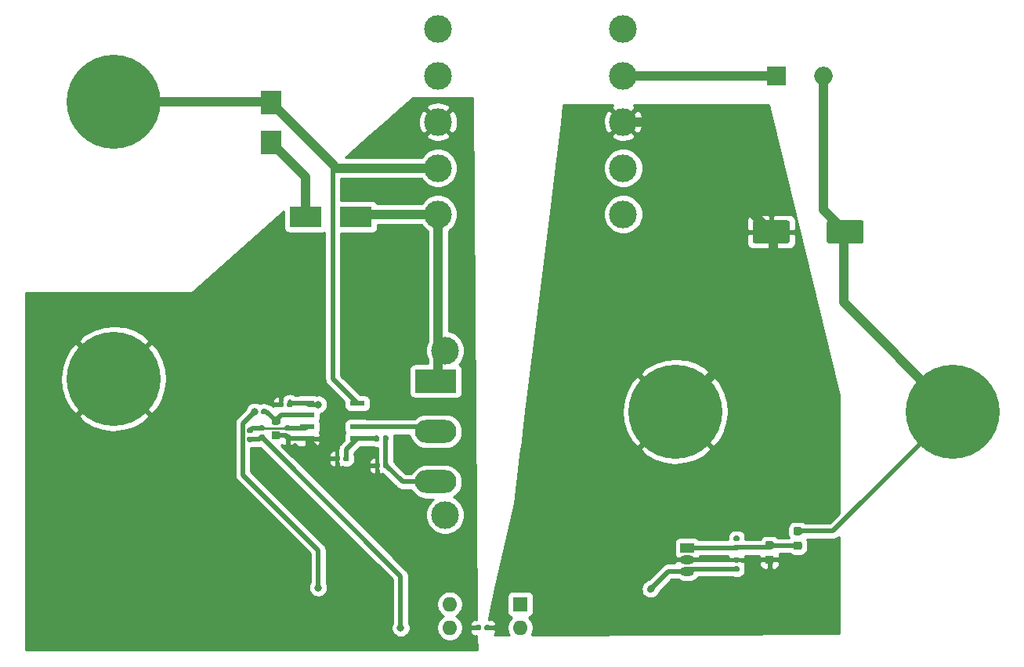
<source format=gbr>
%TF.GenerationSoftware,KiCad,Pcbnew,(5.1.6)-1*%
%TF.CreationDate,2020-06-23T23:46:23+03:00*%
%TF.ProjectId,flyback,666c7962-6163-46b2-9e6b-696361645f70,rev?*%
%TF.SameCoordinates,Original*%
%TF.FileFunction,Copper,L1,Top*%
%TF.FilePolarity,Positive*%
%FSLAX46Y46*%
G04 Gerber Fmt 4.6, Leading zero omitted, Abs format (unit mm)*
G04 Created by KiCad (PCBNEW (5.1.6)-1) date 2020-06-23 23:46:23*
%MOMM*%
%LPD*%
G01*
G04 APERTURE LIST*
%TA.AperFunction,ComponentPad*%
%ADD10C,3.000000*%
%TD*%
%TA.AperFunction,ComponentPad*%
%ADD11O,2.000000X2.000000*%
%TD*%
%TA.AperFunction,ComponentPad*%
%ADD12R,2.000000X2.000000*%
%TD*%
%TA.AperFunction,ComponentPad*%
%ADD13R,1.500000X1.050000*%
%TD*%
%TA.AperFunction,ComponentPad*%
%ADD14O,1.500000X1.050000*%
%TD*%
%TA.AperFunction,SMDPad,CuDef*%
%ADD15R,2.300000X2.500000*%
%TD*%
%TA.AperFunction,SMDPad,CuDef*%
%ADD16R,3.500000X2.300000*%
%TD*%
%TA.AperFunction,ComponentPad*%
%ADD17C,10.160000*%
%TD*%
%TA.AperFunction,SMDPad,CuDef*%
%ADD18R,1.550000X0.600000*%
%TD*%
%TA.AperFunction,ComponentPad*%
%ADD19O,1.600000X1.600000*%
%TD*%
%TA.AperFunction,ComponentPad*%
%ADD20R,1.600000X1.600000*%
%TD*%
%TA.AperFunction,ComponentPad*%
%ADD21O,4.500000X2.500000*%
%TD*%
%TA.AperFunction,ComponentPad*%
%ADD22R,4.500000X2.500000*%
%TD*%
%TA.AperFunction,ViaPad*%
%ADD23C,0.800000*%
%TD*%
%TA.AperFunction,Conductor*%
%ADD24C,0.500000*%
%TD*%
%TA.AperFunction,Conductor*%
%ADD25C,0.250000*%
%TD*%
%TA.AperFunction,Conductor*%
%ADD26C,1.000000*%
%TD*%
%TA.AperFunction,Conductor*%
%ADD27C,0.254000*%
%TD*%
G04 APERTURE END LIST*
%TO.P,C1,2*%
%TO.N,GND*%
%TA.AperFunction,SMDPad,CuDef*%
G36*
G01*
X196406000Y-96601500D02*
X196406000Y-96946500D01*
G75*
G02*
X196258500Y-97094000I-147500J0D01*
G01*
X195963500Y-97094000D01*
G75*
G02*
X195816000Y-96946500I0J147500D01*
G01*
X195816000Y-96601500D01*
G75*
G02*
X195963500Y-96454000I147500J0D01*
G01*
X196258500Y-96454000D01*
G75*
G02*
X196406000Y-96601500I0J-147500D01*
G01*
G37*
%TD.AperFunction*%
%TO.P,C1,1*%
%TO.N,GND2*%
%TA.AperFunction,SMDPad,CuDef*%
G36*
G01*
X197376000Y-96601500D02*
X197376000Y-96946500D01*
G75*
G02*
X197228500Y-97094000I-147500J0D01*
G01*
X196933500Y-97094000D01*
G75*
G02*
X196786000Y-96946500I0J147500D01*
G01*
X196786000Y-96601500D01*
G75*
G02*
X196933500Y-96454000I147500J0D01*
G01*
X197228500Y-96454000D01*
G75*
G02*
X197376000Y-96601500I0J-147500D01*
G01*
G37*
%TD.AperFunction*%
%TD*%
D10*
%TO.P,HS1,1*%
%TO.N,N/C*%
X192532000Y-84592000D03*
X192532000Y-66792000D03*
%TD*%
D11*
%TO.P,D5,2*%
%TO.N,/Vout+*%
X233426000Y-37084000D03*
D12*
%TO.P,D5,1*%
%TO.N,Net-(D5-Pad1)*%
X228346000Y-37084000D03*
%TD*%
%TO.P,RVS1,2*%
%TO.N,Net-(RVS1-Pad2)*%
%TA.AperFunction,SMDPad,CuDef*%
G36*
G01*
X172656000Y-73578500D02*
X172656000Y-73233500D01*
G75*
G02*
X172803500Y-73086000I147500J0D01*
G01*
X173098500Y-73086000D01*
G75*
G02*
X173246000Y-73233500I0J-147500D01*
G01*
X173246000Y-73578500D01*
G75*
G02*
X173098500Y-73726000I-147500J0D01*
G01*
X172803500Y-73726000D01*
G75*
G02*
X172656000Y-73578500I0J147500D01*
G01*
G37*
%TD.AperFunction*%
%TO.P,RVS1,1*%
%TO.N,Net-(D3-Pad2)*%
%TA.AperFunction,SMDPad,CuDef*%
G36*
G01*
X171686000Y-73578500D02*
X171686000Y-73233500D01*
G75*
G02*
X171833500Y-73086000I147500J0D01*
G01*
X172128500Y-73086000D01*
G75*
G02*
X172276000Y-73233500I0J-147500D01*
G01*
X172276000Y-73578500D01*
G75*
G02*
X172128500Y-73726000I-147500J0D01*
G01*
X171833500Y-73726000D01*
G75*
G02*
X171686000Y-73578500I0J147500D01*
G01*
G37*
%TD.AperFunction*%
%TD*%
%TO.P,RLC1,2*%
%TO.N,Net-(Ccs1-Pad1)*%
%TA.AperFunction,SMDPad,CuDef*%
G36*
G01*
X185418000Y-76154500D02*
X185418000Y-76499500D01*
G75*
G02*
X185270500Y-76647000I-147500J0D01*
G01*
X184975500Y-76647000D01*
G75*
G02*
X184828000Y-76499500I0J147500D01*
G01*
X184828000Y-76154500D01*
G75*
G02*
X184975500Y-76007000I147500J0D01*
G01*
X185270500Y-76007000D01*
G75*
G02*
X185418000Y-76154500I0J-147500D01*
G01*
G37*
%TD.AperFunction*%
%TO.P,RLC1,1*%
%TO.N,Net-(M1-Pad3)*%
%TA.AperFunction,SMDPad,CuDef*%
G36*
G01*
X186388000Y-76154500D02*
X186388000Y-76499500D01*
G75*
G02*
X186240500Y-76647000I-147500J0D01*
G01*
X185945500Y-76647000D01*
G75*
G02*
X185798000Y-76499500I0J147500D01*
G01*
X185798000Y-76154500D01*
G75*
G02*
X185945500Y-76007000I147500J0D01*
G01*
X186240500Y-76007000D01*
G75*
G02*
X186388000Y-76154500I0J-147500D01*
G01*
G37*
%TD.AperFunction*%
%TD*%
%TO.P,RFB3,2*%
%TO.N,Net-(CFB1-Pad2)*%
%TA.AperFunction,SMDPad,CuDef*%
G36*
G01*
X172892500Y-75502000D02*
X172547500Y-75502000D01*
G75*
G02*
X172400000Y-75354500I0J147500D01*
G01*
X172400000Y-75059500D01*
G75*
G02*
X172547500Y-74912000I147500J0D01*
G01*
X172892500Y-74912000D01*
G75*
G02*
X173040000Y-75059500I0J-147500D01*
G01*
X173040000Y-75354500D01*
G75*
G02*
X172892500Y-75502000I-147500J0D01*
G01*
G37*
%TD.AperFunction*%
%TO.P,RFB3,1*%
%TO.N,Net-(CFB1-Pad1)*%
%TA.AperFunction,SMDPad,CuDef*%
G36*
G01*
X172892500Y-76472000D02*
X172547500Y-76472000D01*
G75*
G02*
X172400000Y-76324500I0J147500D01*
G01*
X172400000Y-76029500D01*
G75*
G02*
X172547500Y-75882000I147500J0D01*
G01*
X172892500Y-75882000D01*
G75*
G02*
X173040000Y-76029500I0J-147500D01*
G01*
X173040000Y-76324500D01*
G75*
G02*
X172892500Y-76472000I-147500J0D01*
G01*
G37*
%TD.AperFunction*%
%TD*%
D13*
%TO.P,U3,1*%
%TO.N,Net-(Cz1-Pad2)*%
X218694000Y-88138000D03*
D14*
%TO.P,U3,3*%
%TO.N,/OPTO-*%
X218694000Y-90678000D03*
%TO.P,U3,2*%
%TO.N,GND2*%
X218694000Y-89408000D03*
%TD*%
%TO.P,Cout1,2*%
%TO.N,GND2*%
%TA.AperFunction,SMDPad,CuDef*%
G36*
G01*
X229775000Y-52975000D02*
X229775000Y-54975000D01*
G75*
G02*
X229525000Y-55225000I-250000J0D01*
G01*
X226025000Y-55225000D01*
G75*
G02*
X225775000Y-54975000I0J250000D01*
G01*
X225775000Y-52975000D01*
G75*
G02*
X226025000Y-52725000I250000J0D01*
G01*
X229525000Y-52725000D01*
G75*
G02*
X229775000Y-52975000I0J-250000D01*
G01*
G37*
%TD.AperFunction*%
%TO.P,Cout1,1*%
%TO.N,/Vout+*%
%TA.AperFunction,SMDPad,CuDef*%
G36*
G01*
X237775000Y-52975000D02*
X237775000Y-54975000D01*
G75*
G02*
X237525000Y-55225000I-250000J0D01*
G01*
X234025000Y-55225000D01*
G75*
G02*
X233775000Y-54975000I0J250000D01*
G01*
X233775000Y-52975000D01*
G75*
G02*
X234025000Y-52725000I250000J0D01*
G01*
X237525000Y-52725000D01*
G75*
G02*
X237775000Y-52975000I0J-250000D01*
G01*
G37*
%TD.AperFunction*%
%TD*%
D15*
%TO.P,Dclamp1,2*%
%TO.N,+48V*%
X173736000Y-40014000D03*
%TO.P,Dclamp1,1*%
%TO.N,Net-(D1-Pad1)*%
X173736000Y-44314000D03*
%TD*%
D16*
%TO.P,D1,2*%
%TO.N,Net-(D1-Pad2)*%
X182880000Y-52324000D03*
%TO.P,D1,1*%
%TO.N,Net-(D1-Pad1)*%
X177480000Y-52324000D03*
%TD*%
D17*
%TO.P,J1,2*%
%TO.N,GND2*%
X217424000Y-73406000D03*
%TO.P,J1,1*%
%TO.N,/Vout+*%
X247394000Y-73406000D03*
%TD*%
%TO.P,J2,2*%
%TO.N,GND*%
X156718000Y-69850000D03*
%TO.P,J2,1*%
%TO.N,+48V*%
X156718000Y-39880000D03*
%TD*%
%TO.P,RFB2,1*%
%TO.N,Net-(Cz1-Pad2)*%
%TA.AperFunction,SMDPad,CuDef*%
G36*
G01*
X227327750Y-87421000D02*
X227840250Y-87421000D01*
G75*
G02*
X228059000Y-87639750I0J-218750D01*
G01*
X228059000Y-88077250D01*
G75*
G02*
X227840250Y-88296000I-218750J0D01*
G01*
X227327750Y-88296000D01*
G75*
G02*
X227109000Y-88077250I0J218750D01*
G01*
X227109000Y-87639750D01*
G75*
G02*
X227327750Y-87421000I218750J0D01*
G01*
G37*
%TD.AperFunction*%
%TO.P,RFB2,2*%
%TO.N,GND2*%
%TA.AperFunction,SMDPad,CuDef*%
G36*
G01*
X227327750Y-88996000D02*
X227840250Y-88996000D01*
G75*
G02*
X228059000Y-89214750I0J-218750D01*
G01*
X228059000Y-89652250D01*
G75*
G02*
X227840250Y-89871000I-218750J0D01*
G01*
X227327750Y-89871000D01*
G75*
G02*
X227109000Y-89652250I0J218750D01*
G01*
X227109000Y-89214750D01*
G75*
G02*
X227327750Y-88996000I218750J0D01*
G01*
G37*
%TD.AperFunction*%
%TD*%
%TO.P,RFB1,1*%
%TO.N,/Vout+*%
%TA.AperFunction,SMDPad,CuDef*%
G36*
G01*
X230375750Y-85897000D02*
X230888250Y-85897000D01*
G75*
G02*
X231107000Y-86115750I0J-218750D01*
G01*
X231107000Y-86553250D01*
G75*
G02*
X230888250Y-86772000I-218750J0D01*
G01*
X230375750Y-86772000D01*
G75*
G02*
X230157000Y-86553250I0J218750D01*
G01*
X230157000Y-86115750D01*
G75*
G02*
X230375750Y-85897000I218750J0D01*
G01*
G37*
%TD.AperFunction*%
%TO.P,RFB1,2*%
%TO.N,Net-(Cz1-Pad2)*%
%TA.AperFunction,SMDPad,CuDef*%
G36*
G01*
X230375750Y-87472000D02*
X230888250Y-87472000D01*
G75*
G02*
X231107000Y-87690750I0J-218750D01*
G01*
X231107000Y-88128250D01*
G75*
G02*
X230888250Y-88347000I-218750J0D01*
G01*
X230375750Y-88347000D01*
G75*
G02*
X230157000Y-88128250I0J218750D01*
G01*
X230157000Y-87690750D01*
G75*
G02*
X230375750Y-87472000I218750J0D01*
G01*
G37*
%TD.AperFunction*%
%TD*%
%TO.P,RFB4,2*%
%TO.N,GND*%
%TA.AperFunction,SMDPad,CuDef*%
G36*
G01*
X175341500Y-75882000D02*
X175686500Y-75882000D01*
G75*
G02*
X175834000Y-76029500I0J-147500D01*
G01*
X175834000Y-76324500D01*
G75*
G02*
X175686500Y-76472000I-147500J0D01*
G01*
X175341500Y-76472000D01*
G75*
G02*
X175194000Y-76324500I0J147500D01*
G01*
X175194000Y-76029500D01*
G75*
G02*
X175341500Y-75882000I147500J0D01*
G01*
G37*
%TD.AperFunction*%
%TO.P,RFB4,1*%
%TO.N,Net-(CFB1-Pad2)*%
%TA.AperFunction,SMDPad,CuDef*%
G36*
G01*
X175341500Y-74912000D02*
X175686500Y-74912000D01*
G75*
G02*
X175834000Y-75059500I0J-147500D01*
G01*
X175834000Y-75354500D01*
G75*
G02*
X175686500Y-75502000I-147500J0D01*
G01*
X175341500Y-75502000D01*
G75*
G02*
X175194000Y-75354500I0J147500D01*
G01*
X175194000Y-75059500D01*
G75*
G02*
X175341500Y-74912000I147500J0D01*
G01*
G37*
%TD.AperFunction*%
%TD*%
%TO.P,RVS2,2*%
%TO.N,GND*%
%TA.AperFunction,SMDPad,CuDef*%
G36*
G01*
X173987750Y-75534000D02*
X174500250Y-75534000D01*
G75*
G02*
X174719000Y-75752750I0J-218750D01*
G01*
X174719000Y-76190250D01*
G75*
G02*
X174500250Y-76409000I-218750J0D01*
G01*
X173987750Y-76409000D01*
G75*
G02*
X173769000Y-76190250I0J218750D01*
G01*
X173769000Y-75752750D01*
G75*
G02*
X173987750Y-75534000I218750J0D01*
G01*
G37*
%TD.AperFunction*%
%TO.P,RVS2,1*%
%TO.N,Net-(RVS1-Pad2)*%
%TA.AperFunction,SMDPad,CuDef*%
G36*
G01*
X173987750Y-73959000D02*
X174500250Y-73959000D01*
G75*
G02*
X174719000Y-74177750I0J-218750D01*
G01*
X174719000Y-74615250D01*
G75*
G02*
X174500250Y-74834000I-218750J0D01*
G01*
X173987750Y-74834000D01*
G75*
G02*
X173769000Y-74615250I0J218750D01*
G01*
X173769000Y-74177750D01*
G75*
G02*
X173987750Y-73959000I218750J0D01*
G01*
G37*
%TD.AperFunction*%
%TD*%
%TO.P,CFB1,2*%
%TO.N,Net-(CFB1-Pad2)*%
%TA.AperFunction,SMDPad,CuDef*%
G36*
G01*
X171622500Y-75733000D02*
X171277500Y-75733000D01*
G75*
G02*
X171130000Y-75585500I0J147500D01*
G01*
X171130000Y-75290500D01*
G75*
G02*
X171277500Y-75143000I147500J0D01*
G01*
X171622500Y-75143000D01*
G75*
G02*
X171770000Y-75290500I0J-147500D01*
G01*
X171770000Y-75585500D01*
G75*
G02*
X171622500Y-75733000I-147500J0D01*
G01*
G37*
%TD.AperFunction*%
%TO.P,CFB1,1*%
%TO.N,Net-(CFB1-Pad1)*%
%TA.AperFunction,SMDPad,CuDef*%
G36*
G01*
X171622500Y-76703000D02*
X171277500Y-76703000D01*
G75*
G02*
X171130000Y-76555500I0J147500D01*
G01*
X171130000Y-76260500D01*
G75*
G02*
X171277500Y-76113000I147500J0D01*
G01*
X171622500Y-76113000D01*
G75*
G02*
X171770000Y-76260500I0J-147500D01*
G01*
X171770000Y-76555500D01*
G75*
G02*
X171622500Y-76703000I-147500J0D01*
G01*
G37*
%TD.AperFunction*%
%TD*%
D18*
%TO.P,U2,8*%
%TO.N,+48V*%
X183040000Y-72517000D03*
%TO.P,U2,6*%
%TO.N,Net-(M1-Pad2)*%
X183040000Y-75057000D03*
%TO.P,U2,5*%
%TO.N,Net-(Ccs1-Pad1)*%
X183040000Y-76327000D03*
%TO.P,U2,4*%
%TO.N,GND*%
X177640000Y-76327000D03*
%TO.P,U2,3*%
%TO.N,Net-(CFB1-Pad2)*%
X177640000Y-75057000D03*
%TO.P,U2,2*%
%TO.N,Net-(RVS1-Pad2)*%
X177640000Y-73787000D03*
%TO.P,U2,1*%
%TO.N,Net-(Cext1-Pad1)*%
X177640000Y-72517000D03*
%TD*%
D10*
%TO.P,T1,10*%
%TO.N,N/C*%
X211770000Y-52070000D03*
%TO.P,T1,9*%
X211770000Y-47070000D03*
%TO.P,T1,4*%
%TO.N,GND2*%
X211770000Y-42070000D03*
%TO.P,T1,3*%
%TO.N,Net-(D5-Pad1)*%
X211770000Y-37070000D03*
%TO.P,T1,7*%
%TO.N,N/C*%
X211770000Y-32070000D03*
%TO.P,T1,8*%
X191770000Y-32070000D03*
%TO.P,T1,5*%
%TO.N,Net-(D3-Pad2)*%
X191770000Y-37070000D03*
%TO.P,T1,6*%
%TO.N,GND*%
X191770000Y-42070000D03*
%TO.P,T1,1*%
%TO.N,+48V*%
X191770000Y-47070000D03*
%TO.P,T1,2*%
%TO.N,Net-(D1-Pad2)*%
X191770000Y-52070000D03*
%TD*%
D19*
%TO.P,U1,4*%
%TO.N,Net-(Cext1-Pad1)*%
X193040000Y-94234000D03*
%TO.P,U1,2*%
%TO.N,/OPTO-*%
X200660000Y-96774000D03*
%TO.P,U1,3*%
%TO.N,Net-(CFB1-Pad1)*%
X193040000Y-96774000D03*
D20*
%TO.P,U1,1*%
%TO.N,/OPTO+*%
X200660000Y-94234000D03*
%TD*%
%TO.P,RCS1,2*%
%TO.N,GND*%
%TA.AperFunction,SMDPad,CuDef*%
G36*
G01*
X185484000Y-79075500D02*
X185484000Y-79420500D01*
G75*
G02*
X185336500Y-79568000I-147500J0D01*
G01*
X185041500Y-79568000D01*
G75*
G02*
X184894000Y-79420500I0J147500D01*
G01*
X184894000Y-79075500D01*
G75*
G02*
X185041500Y-78928000I147500J0D01*
G01*
X185336500Y-78928000D01*
G75*
G02*
X185484000Y-79075500I0J-147500D01*
G01*
G37*
%TD.AperFunction*%
%TO.P,RCS1,1*%
%TO.N,Net-(M1-Pad3)*%
%TA.AperFunction,SMDPad,CuDef*%
G36*
G01*
X186454000Y-79075500D02*
X186454000Y-79420500D01*
G75*
G02*
X186306500Y-79568000I-147500J0D01*
G01*
X186011500Y-79568000D01*
G75*
G02*
X185864000Y-79420500I0J147500D01*
G01*
X185864000Y-79075500D01*
G75*
G02*
X186011500Y-78928000I147500J0D01*
G01*
X186306500Y-78928000D01*
G75*
G02*
X186454000Y-79075500I0J-147500D01*
G01*
G37*
%TD.AperFunction*%
%TD*%
D21*
%TO.P,M1,3*%
%TO.N,Net-(M1-Pad3)*%
X191516000Y-81004000D03*
%TO.P,M1,2*%
%TO.N,Net-(M1-Pad2)*%
X191516000Y-75554000D03*
D22*
%TO.P,M1,1*%
%TO.N,Net-(D1-Pad2)*%
X191516000Y-70104000D03*
%TD*%
%TO.P,Cz1,1*%
%TO.N,/OPTO-*%
%TA.AperFunction,SMDPad,CuDef*%
G36*
G01*
X223855500Y-86827000D02*
X224200500Y-86827000D01*
G75*
G02*
X224348000Y-86974500I0J-147500D01*
G01*
X224348000Y-87269500D01*
G75*
G02*
X224200500Y-87417000I-147500J0D01*
G01*
X223855500Y-87417000D01*
G75*
G02*
X223708000Y-87269500I0J147500D01*
G01*
X223708000Y-86974500D01*
G75*
G02*
X223855500Y-86827000I147500J0D01*
G01*
G37*
%TD.AperFunction*%
%TO.P,Cz1,2*%
%TO.N,Net-(Cz1-Pad2)*%
%TA.AperFunction,SMDPad,CuDef*%
G36*
G01*
X223855500Y-87797000D02*
X224200500Y-87797000D01*
G75*
G02*
X224348000Y-87944500I0J-147500D01*
G01*
X224348000Y-88239500D01*
G75*
G02*
X224200500Y-88387000I-147500J0D01*
G01*
X223855500Y-88387000D01*
G75*
G02*
X223708000Y-88239500I0J147500D01*
G01*
X223708000Y-87944500D01*
G75*
G02*
X223855500Y-87797000I147500J0D01*
G01*
G37*
%TD.AperFunction*%
%TD*%
%TO.P,Cvdd1,2*%
%TO.N,GND*%
%TA.AperFunction,SMDPad,CuDef*%
G36*
G01*
X175070000Y-72471500D02*
X175070000Y-72816500D01*
G75*
G02*
X174922500Y-72964000I-147500J0D01*
G01*
X174627500Y-72964000D01*
G75*
G02*
X174480000Y-72816500I0J147500D01*
G01*
X174480000Y-72471500D01*
G75*
G02*
X174627500Y-72324000I147500J0D01*
G01*
X174922500Y-72324000D01*
G75*
G02*
X175070000Y-72471500I0J-147500D01*
G01*
G37*
%TD.AperFunction*%
%TO.P,Cvdd1,1*%
%TO.N,Net-(Cext1-Pad1)*%
%TA.AperFunction,SMDPad,CuDef*%
G36*
G01*
X176040000Y-72471500D02*
X176040000Y-72816500D01*
G75*
G02*
X175892500Y-72964000I-147500J0D01*
G01*
X175597500Y-72964000D01*
G75*
G02*
X175450000Y-72816500I0J147500D01*
G01*
X175450000Y-72471500D01*
G75*
G02*
X175597500Y-72324000I147500J0D01*
G01*
X175892500Y-72324000D01*
G75*
G02*
X176040000Y-72471500I0J-147500D01*
G01*
G37*
%TD.AperFunction*%
%TD*%
%TO.P,Css431,1*%
%TO.N,/OPTO-*%
%TA.AperFunction,SMDPad,CuDef*%
G36*
G01*
X224200500Y-90719000D02*
X223855500Y-90719000D01*
G75*
G02*
X223708000Y-90571500I0J147500D01*
G01*
X223708000Y-90276500D01*
G75*
G02*
X223855500Y-90129000I147500J0D01*
G01*
X224200500Y-90129000D01*
G75*
G02*
X224348000Y-90276500I0J-147500D01*
G01*
X224348000Y-90571500D01*
G75*
G02*
X224200500Y-90719000I-147500J0D01*
G01*
G37*
%TD.AperFunction*%
%TO.P,Css431,2*%
%TO.N,GND2*%
%TA.AperFunction,SMDPad,CuDef*%
G36*
G01*
X224200500Y-89749000D02*
X223855500Y-89749000D01*
G75*
G02*
X223708000Y-89601500I0J147500D01*
G01*
X223708000Y-89306500D01*
G75*
G02*
X223855500Y-89159000I147500J0D01*
G01*
X224200500Y-89159000D01*
G75*
G02*
X224348000Y-89306500I0J-147500D01*
G01*
X224348000Y-89601500D01*
G75*
G02*
X224200500Y-89749000I-147500J0D01*
G01*
G37*
%TD.AperFunction*%
%TD*%
%TO.P,Ccs1,2*%
%TO.N,GND*%
%TA.AperFunction,SMDPad,CuDef*%
G36*
G01*
X181166000Y-78313500D02*
X181166000Y-78658500D01*
G75*
G02*
X181018500Y-78806000I-147500J0D01*
G01*
X180723500Y-78806000D01*
G75*
G02*
X180576000Y-78658500I0J147500D01*
G01*
X180576000Y-78313500D01*
G75*
G02*
X180723500Y-78166000I147500J0D01*
G01*
X181018500Y-78166000D01*
G75*
G02*
X181166000Y-78313500I0J-147500D01*
G01*
G37*
%TD.AperFunction*%
%TO.P,Ccs1,1*%
%TO.N,Net-(Ccs1-Pad1)*%
%TA.AperFunction,SMDPad,CuDef*%
G36*
G01*
X182136000Y-78313500D02*
X182136000Y-78658500D01*
G75*
G02*
X181988500Y-78806000I-147500J0D01*
G01*
X181693500Y-78806000D01*
G75*
G02*
X181546000Y-78658500I0J147500D01*
G01*
X181546000Y-78313500D01*
G75*
G02*
X181693500Y-78166000I147500J0D01*
G01*
X181988500Y-78166000D01*
G75*
G02*
X182136000Y-78313500I0J-147500D01*
G01*
G37*
%TD.AperFunction*%
%TD*%
D23*
%TO.N,Net-(CFB1-Pad1)*%
X187731500Y-96799500D03*
%TO.N,Net-(Cext1-Pad1)*%
X178816000Y-72644000D03*
%TO.N,/OPTO-*%
X214757000Y-92583000D03*
%TO.N,Net-(D3-Pad2)*%
X178816000Y-92456000D03*
X171969500Y-73417500D03*
%TD*%
D24*
%TO.N,GND*%
X175308500Y-75971500D02*
X175514000Y-76177000D01*
X174244000Y-75971500D02*
X175308500Y-75971500D01*
X175664000Y-76327000D02*
X175514000Y-76177000D01*
X177640000Y-76327000D02*
X175664000Y-76327000D01*
X179799000Y-78486000D02*
X177640000Y-76327000D01*
X180871000Y-78486000D02*
X179799000Y-78486000D01*
%TO.N,Net-(Ccs1-Pad1)*%
X181841000Y-77526000D02*
X183040000Y-76327000D01*
X181841000Y-78486000D02*
X181841000Y-77526000D01*
X185123000Y-76327000D02*
X183040000Y-76327000D01*
%TO.N,Net-(CFB1-Pad1)*%
X172489000Y-76408000D02*
X172720000Y-76177000D01*
X171450000Y-76408000D02*
X172489000Y-76408000D01*
X187731500Y-91188500D02*
X172720000Y-76177000D01*
X187731500Y-91188500D02*
X187731500Y-96799500D01*
%TO.N,Net-(Cext1-Pad1)*%
X175872000Y-72517000D02*
X175745000Y-72644000D01*
X177640000Y-72517000D02*
X175872000Y-72517000D01*
X175745000Y-72324000D02*
X175745000Y-72644000D01*
X177767000Y-72644000D02*
X177640000Y-72517000D01*
X178816000Y-72644000D02*
X177767000Y-72644000D01*
%TO.N,Net-(CFB1-Pad2)*%
X171681000Y-75207000D02*
X171450000Y-75438000D01*
X172720000Y-75207000D02*
X171681000Y-75207000D01*
X177490000Y-75207000D02*
X177640000Y-75057000D01*
X175514000Y-75207000D02*
X177490000Y-75207000D01*
D25*
X172720000Y-75207000D02*
X175514000Y-75207000D01*
D26*
%TO.N,/Vout+*%
X247394000Y-73406000D02*
X235585000Y-61597000D01*
X235585000Y-54165000D02*
X235775000Y-53975000D01*
X235585000Y-61597000D02*
X235585000Y-54165000D01*
D24*
X234465500Y-86334500D02*
X230632000Y-86334500D01*
X247394000Y-73406000D02*
X234465500Y-86334500D01*
D26*
X233426000Y-51626000D02*
X235775000Y-53975000D01*
X233426000Y-37084000D02*
X233426000Y-51626000D01*
D25*
%TO.N,/OPTO-*%
X218694000Y-90678000D02*
X218567000Y-90678000D01*
D24*
X218948000Y-90424000D02*
X218694000Y-90678000D01*
X224028000Y-90424000D02*
X218948000Y-90424000D01*
X218694000Y-90678000D02*
X216662000Y-90678000D01*
X216662000Y-90678000D02*
X214757000Y-92583000D01*
X214757000Y-92583000D02*
X214630000Y-92710000D01*
%TO.N,Net-(Cz1-Pad2)*%
X227635000Y-87909500D02*
X227584000Y-87858500D01*
X230632000Y-87909500D02*
X227635000Y-87909500D01*
X227350500Y-88092000D02*
X224028000Y-88092000D01*
X227584000Y-87858500D02*
X227350500Y-88092000D01*
X223982000Y-88138000D02*
X224028000Y-88092000D01*
X218694000Y-88138000D02*
X223982000Y-88138000D01*
D26*
%TO.N,Net-(D1-Pad2)*%
X191770000Y-69850000D02*
X191516000Y-70104000D01*
X191770000Y-52070000D02*
X191770000Y-69850000D01*
X183134000Y-52070000D02*
X182880000Y-52324000D01*
X191770000Y-52070000D02*
X183134000Y-52070000D01*
%TO.N,Net-(D1-Pad1)*%
X177480000Y-48058000D02*
X173736000Y-44314000D01*
X177480000Y-52324000D02*
X177480000Y-48058000D01*
%TO.N,+48V*%
X173602000Y-39880000D02*
X173736000Y-40014000D01*
X156718000Y-39880000D02*
X173602000Y-39880000D01*
X191770000Y-47070000D02*
X180792000Y-47070000D01*
D24*
X180399000Y-69876000D02*
X183040000Y-72517000D01*
X180399000Y-46677000D02*
X180399000Y-69876000D01*
D26*
X180399000Y-46677000D02*
X173736000Y-40014000D01*
X180792000Y-47070000D02*
X180399000Y-46677000D01*
D24*
%TO.N,Net-(M1-Pad3)*%
X187915000Y-81004000D02*
X186159000Y-79248000D01*
X191516000Y-81004000D02*
X187915000Y-81004000D01*
X186093000Y-79182000D02*
X186159000Y-79248000D01*
X186093000Y-76327000D02*
X186093000Y-79182000D01*
%TO.N,Net-(M1-Pad2)*%
X191019000Y-75057000D02*
X191516000Y-75554000D01*
X183040000Y-75057000D02*
X191019000Y-75057000D01*
%TO.N,Net-(RVS1-Pad2)*%
X174853500Y-73787000D02*
X177640000Y-73787000D01*
X174244000Y-74396500D02*
X174853500Y-73787000D01*
X173253500Y-73406000D02*
X174244000Y-74396500D01*
X172951000Y-73406000D02*
X173253500Y-73406000D01*
%TO.N,Net-(D3-Pad2)*%
X170679990Y-74707010D02*
X171969500Y-73417500D01*
X170679990Y-80255990D02*
X170679990Y-74707010D01*
X178816000Y-88392000D02*
X170679990Y-80255990D01*
X171969500Y-73417500D02*
X171981000Y-73406000D01*
X178816000Y-92456000D02*
X178816000Y-88392000D01*
D26*
%TO.N,GND2*%
X217424000Y-73406000D02*
X227965000Y-62865000D01*
X227965000Y-54165000D02*
X227775000Y-53975000D01*
X227965000Y-62865000D02*
X227965000Y-54165000D01*
X215870000Y-42070000D02*
X227775000Y-53975000D01*
X211770000Y-42070000D02*
X215870000Y-42070000D01*
%TO.N,Net-(D5-Pad1)*%
X228332000Y-37070000D02*
X228346000Y-37084000D01*
X211770000Y-37070000D02*
X228332000Y-37070000D01*
%TD*%
D27*
%TO.N,GND2*%
G36*
X210613962Y-40262786D02*
G01*
X210457952Y-40578347D01*
X211770000Y-41890395D01*
X213082048Y-40578347D01*
X212926038Y-40262786D01*
X212918602Y-40259000D01*
X227484062Y-40259000D01*
X235077000Y-71643145D01*
X235077000Y-84471422D01*
X234098922Y-85449500D01*
X231420535Y-85449500D01*
X231364275Y-85403329D01*
X231216142Y-85324150D01*
X231055408Y-85275392D01*
X230888250Y-85258928D01*
X230375750Y-85258928D01*
X230208592Y-85275392D01*
X230047858Y-85324150D01*
X229899725Y-85403329D01*
X229769885Y-85509885D01*
X229663329Y-85639725D01*
X229584150Y-85787858D01*
X229535392Y-85948592D01*
X229518928Y-86115750D01*
X229518928Y-86553250D01*
X229535392Y-86720408D01*
X229584150Y-86881142D01*
X229660777Y-87024500D01*
X228434679Y-87024500D01*
X228316275Y-86927329D01*
X228168142Y-86848150D01*
X228007408Y-86799392D01*
X227840250Y-86782928D01*
X227327750Y-86782928D01*
X227160592Y-86799392D01*
X226999858Y-86848150D01*
X226851725Y-86927329D01*
X226721885Y-87033885D01*
X226615329Y-87163725D01*
X226592198Y-87207000D01*
X224986072Y-87207000D01*
X224986072Y-86974500D01*
X224970977Y-86821243D01*
X224926274Y-86673875D01*
X224853679Y-86538060D01*
X224755983Y-86419017D01*
X224636940Y-86321321D01*
X224501125Y-86248726D01*
X224353757Y-86204023D01*
X224200500Y-86188928D01*
X223855500Y-86188928D01*
X223702243Y-86204023D01*
X223554875Y-86248726D01*
X223419060Y-86321321D01*
X223300017Y-86419017D01*
X223202321Y-86538060D01*
X223129726Y-86673875D01*
X223085023Y-86821243D01*
X223069928Y-86974500D01*
X223069928Y-87253000D01*
X219970018Y-87253000D01*
X219895185Y-87161815D01*
X219798494Y-87082463D01*
X219688180Y-87023498D01*
X219568482Y-86987188D01*
X219444000Y-86974928D01*
X217944000Y-86974928D01*
X217819518Y-86987188D01*
X217699820Y-87023498D01*
X217589506Y-87082463D01*
X217492815Y-87161815D01*
X217413463Y-87258506D01*
X217354498Y-87368820D01*
X217318188Y-87488518D01*
X217305928Y-87613000D01*
X217305928Y-88663000D01*
X217318188Y-88787482D01*
X217354498Y-88907180D01*
X217389176Y-88972057D01*
X217358728Y-89040663D01*
X217350036Y-89102190D01*
X217475837Y-89281000D01*
X217793765Y-89281000D01*
X217819518Y-89288812D01*
X217944000Y-89301072D01*
X219444000Y-89301072D01*
X219568482Y-89288812D01*
X219594235Y-89281000D01*
X219912163Y-89281000D01*
X220037964Y-89102190D01*
X220029272Y-89040663D01*
X220021433Y-89023000D01*
X223085682Y-89023000D01*
X223082188Y-89034518D01*
X223069928Y-89159000D01*
X223073000Y-89168250D01*
X223231750Y-89327000D01*
X223901000Y-89327000D01*
X223901000Y-89307000D01*
X224155000Y-89307000D01*
X224155000Y-89327000D01*
X224824250Y-89327000D01*
X224983000Y-89168250D01*
X224986072Y-89159000D01*
X224973812Y-89034518D01*
X224956364Y-88977000D01*
X226472799Y-88977000D01*
X226470928Y-88996000D01*
X226474000Y-89147750D01*
X226632750Y-89306500D01*
X227457000Y-89306500D01*
X227457000Y-89286500D01*
X227711000Y-89286500D01*
X227711000Y-89306500D01*
X228535250Y-89306500D01*
X228694000Y-89147750D01*
X228697072Y-88996000D01*
X228684812Y-88871518D01*
X228661449Y-88794500D01*
X229843465Y-88794500D01*
X229899725Y-88840671D01*
X230047858Y-88919850D01*
X230208592Y-88968608D01*
X230375750Y-88985072D01*
X230888250Y-88985072D01*
X231055408Y-88968608D01*
X231216142Y-88919850D01*
X231364275Y-88840671D01*
X231494115Y-88734115D01*
X231600671Y-88604275D01*
X231679850Y-88456142D01*
X231728608Y-88295408D01*
X231745072Y-88128250D01*
X231745072Y-87690750D01*
X231728608Y-87523592D01*
X231679850Y-87362858D01*
X231603223Y-87219500D01*
X234422031Y-87219500D01*
X234465500Y-87223781D01*
X234508969Y-87219500D01*
X234508977Y-87219500D01*
X234638990Y-87206695D01*
X234805813Y-87156089D01*
X234959559Y-87073911D01*
X235077000Y-86977529D01*
X235077000Y-97409423D01*
X201887346Y-97520078D01*
X201931680Y-97453727D01*
X202039853Y-97192574D01*
X202095000Y-96915335D01*
X202095000Y-96632665D01*
X202039853Y-96355426D01*
X201931680Y-96094273D01*
X201774637Y-95859241D01*
X201576039Y-95660643D01*
X201584482Y-95659812D01*
X201704180Y-95623502D01*
X201814494Y-95564537D01*
X201911185Y-95485185D01*
X201990537Y-95388494D01*
X202049502Y-95278180D01*
X202085812Y-95158482D01*
X202098072Y-95034000D01*
X202098072Y-93434000D01*
X202085812Y-93309518D01*
X202049502Y-93189820D01*
X201990537Y-93079506D01*
X201911185Y-92982815D01*
X201814494Y-92903463D01*
X201704180Y-92844498D01*
X201584482Y-92808188D01*
X201460000Y-92795928D01*
X199860000Y-92795928D01*
X199735518Y-92808188D01*
X199615820Y-92844498D01*
X199505506Y-92903463D01*
X199408815Y-92982815D01*
X199329463Y-93079506D01*
X199270498Y-93189820D01*
X199234188Y-93309518D01*
X199221928Y-93434000D01*
X199221928Y-95034000D01*
X199234188Y-95158482D01*
X199270498Y-95278180D01*
X199329463Y-95388494D01*
X199408815Y-95485185D01*
X199505506Y-95564537D01*
X199615820Y-95623502D01*
X199735518Y-95659812D01*
X199743961Y-95660643D01*
X199545363Y-95859241D01*
X199388320Y-96094273D01*
X199280147Y-96355426D01*
X199225000Y-96632665D01*
X199225000Y-96915335D01*
X199280147Y-97192574D01*
X199388320Y-97453727D01*
X199438110Y-97528244D01*
X197836707Y-97533583D01*
X197906537Y-97448494D01*
X197965502Y-97338180D01*
X198001812Y-97218482D01*
X198014072Y-97094000D01*
X198011000Y-97059750D01*
X197852250Y-96901000D01*
X197235687Y-96901000D01*
X197234646Y-96647000D01*
X197852250Y-96647000D01*
X198011000Y-96488250D01*
X198014072Y-96454000D01*
X198001812Y-96329518D01*
X197965502Y-96209820D01*
X197906537Y-96099506D01*
X197827185Y-96002815D01*
X197730494Y-95923463D01*
X197620180Y-95864498D01*
X197500482Y-95828188D01*
X197376000Y-95815928D01*
X197366750Y-95819000D01*
X197231805Y-95953945D01*
X197231058Y-95771823D01*
X197969800Y-92481061D01*
X213722000Y-92481061D01*
X213722000Y-92684939D01*
X213754187Y-92846757D01*
X213757805Y-92883490D01*
X213808412Y-93050313D01*
X213890590Y-93204059D01*
X214001183Y-93338817D01*
X214135941Y-93449410D01*
X214289687Y-93531588D01*
X214456510Y-93582195D01*
X214493243Y-93585813D01*
X214655061Y-93618000D01*
X214858939Y-93618000D01*
X215058898Y-93578226D01*
X215247256Y-93500205D01*
X215416774Y-93386937D01*
X215560937Y-93242774D01*
X215674205Y-93073256D01*
X215752226Y-92884898D01*
X215763535Y-92828043D01*
X217028579Y-91563000D01*
X217718858Y-91563000D01*
X217821421Y-91647171D01*
X218022940Y-91754885D01*
X218241600Y-91821215D01*
X218412021Y-91838000D01*
X218975979Y-91838000D01*
X219146400Y-91821215D01*
X219365060Y-91754885D01*
X219566579Y-91647171D01*
X219743212Y-91502212D01*
X219888171Y-91325579D01*
X219897033Y-91309000D01*
X223593531Y-91309000D01*
X223702243Y-91341977D01*
X223855500Y-91357072D01*
X224200500Y-91357072D01*
X224353757Y-91341977D01*
X224501125Y-91297274D01*
X224636940Y-91224679D01*
X224755983Y-91126983D01*
X224853679Y-91007940D01*
X224926274Y-90872125D01*
X224970977Y-90724757D01*
X224986072Y-90571500D01*
X224986072Y-90276500D01*
X224970977Y-90123243D01*
X224933688Y-90000316D01*
X224937502Y-89993180D01*
X224973812Y-89873482D01*
X224974056Y-89871000D01*
X226470928Y-89871000D01*
X226483188Y-89995482D01*
X226519498Y-90115180D01*
X226578463Y-90225494D01*
X226657815Y-90322185D01*
X226754506Y-90401537D01*
X226864820Y-90460502D01*
X226984518Y-90496812D01*
X227109000Y-90509072D01*
X227298250Y-90506000D01*
X227457000Y-90347250D01*
X227457000Y-89560500D01*
X227711000Y-89560500D01*
X227711000Y-90347250D01*
X227869750Y-90506000D01*
X228059000Y-90509072D01*
X228183482Y-90496812D01*
X228303180Y-90460502D01*
X228413494Y-90401537D01*
X228510185Y-90322185D01*
X228589537Y-90225494D01*
X228648502Y-90115180D01*
X228684812Y-89995482D01*
X228697072Y-89871000D01*
X228694000Y-89719250D01*
X228535250Y-89560500D01*
X227711000Y-89560500D01*
X227457000Y-89560500D01*
X226632750Y-89560500D01*
X226474000Y-89719250D01*
X226470928Y-89871000D01*
X224974056Y-89871000D01*
X224986072Y-89749000D01*
X224983000Y-89739750D01*
X224824250Y-89581000D01*
X224557763Y-89581000D01*
X224501125Y-89550726D01*
X224353757Y-89506023D01*
X224200500Y-89490928D01*
X223855500Y-89490928D01*
X223702243Y-89506023D01*
X223593531Y-89539000D01*
X219914977Y-89539000D01*
X219912163Y-89535000D01*
X219147109Y-89535000D01*
X219146400Y-89534785D01*
X218975979Y-89518000D01*
X218412021Y-89518000D01*
X218241600Y-89534785D01*
X218240891Y-89535000D01*
X217475837Y-89535000D01*
X217350036Y-89713810D01*
X217358728Y-89775337D01*
X217366567Y-89793000D01*
X216705469Y-89793000D01*
X216662000Y-89788719D01*
X216618531Y-89793000D01*
X216618523Y-89793000D01*
X216488510Y-89805805D01*
X216321687Y-89856411D01*
X216184119Y-89929942D01*
X216167941Y-89938589D01*
X216066953Y-90021468D01*
X216066951Y-90021470D01*
X216033183Y-90049183D01*
X216005470Y-90082951D01*
X214511957Y-91576465D01*
X214455102Y-91587774D01*
X214266744Y-91665795D01*
X214097226Y-91779063D01*
X213953063Y-91923226D01*
X213839795Y-92092744D01*
X213761774Y-92281102D01*
X213722000Y-92481061D01*
X197969800Y-92481061D01*
X200021916Y-83339818D01*
X200024019Y-83327752D01*
X200759588Y-77443196D01*
X213566409Y-77443196D01*
X214152124Y-78125416D01*
X215135704Y-78673045D01*
X216207223Y-79018265D01*
X217325501Y-79147808D01*
X218447565Y-79056697D01*
X219530294Y-78748433D01*
X220532079Y-78234863D01*
X220695876Y-78125416D01*
X221281591Y-77443196D01*
X217424000Y-73585605D01*
X213566409Y-77443196D01*
X200759588Y-77443196D01*
X200786019Y-77231752D01*
X200786046Y-77231540D01*
X201269831Y-73307501D01*
X211682192Y-73307501D01*
X211773303Y-74429565D01*
X212081567Y-75512294D01*
X212595137Y-76514079D01*
X212704584Y-76677876D01*
X213386804Y-77263591D01*
X217244395Y-73406000D01*
X217603605Y-73406000D01*
X221461196Y-77263591D01*
X222143416Y-76677876D01*
X222691045Y-75694296D01*
X223036265Y-74622777D01*
X223165808Y-73504499D01*
X223074697Y-72382435D01*
X222766433Y-71299706D01*
X222252863Y-70297921D01*
X222143416Y-70134124D01*
X221461196Y-69548409D01*
X217603605Y-73406000D01*
X217244395Y-73406000D01*
X213386804Y-69548409D01*
X212704584Y-70134124D01*
X212156955Y-71117704D01*
X211811735Y-72189223D01*
X211682192Y-73307501D01*
X201269831Y-73307501D01*
X201755423Y-69368804D01*
X213566409Y-69368804D01*
X217424000Y-73226395D01*
X221281591Y-69368804D01*
X220695876Y-68686584D01*
X219712296Y-68138955D01*
X218640777Y-67793735D01*
X217522499Y-67664192D01*
X216400435Y-67755303D01*
X215317706Y-68063567D01*
X214315921Y-68577137D01*
X214152124Y-68686584D01*
X213566409Y-69368804D01*
X201755423Y-69368804D01*
X203499179Y-55225000D01*
X225136928Y-55225000D01*
X225149188Y-55349482D01*
X225185498Y-55469180D01*
X225244463Y-55579494D01*
X225323815Y-55676185D01*
X225420506Y-55755537D01*
X225530820Y-55814502D01*
X225650518Y-55850812D01*
X225775000Y-55863072D01*
X227489250Y-55860000D01*
X227648000Y-55701250D01*
X227648000Y-54102000D01*
X227902000Y-54102000D01*
X227902000Y-55701250D01*
X228060750Y-55860000D01*
X229775000Y-55863072D01*
X229899482Y-55850812D01*
X230019180Y-55814502D01*
X230129494Y-55755537D01*
X230226185Y-55676185D01*
X230305537Y-55579494D01*
X230364502Y-55469180D01*
X230400812Y-55349482D01*
X230413072Y-55225000D01*
X230410000Y-54260750D01*
X230251250Y-54102000D01*
X227902000Y-54102000D01*
X227648000Y-54102000D01*
X225298750Y-54102000D01*
X225140000Y-54260750D01*
X225136928Y-55225000D01*
X203499179Y-55225000D01*
X203914077Y-51859721D01*
X209635000Y-51859721D01*
X209635000Y-52280279D01*
X209717047Y-52692756D01*
X209877988Y-53081302D01*
X210111637Y-53430983D01*
X210409017Y-53728363D01*
X210758698Y-53962012D01*
X211147244Y-54122953D01*
X211559721Y-54205000D01*
X211980279Y-54205000D01*
X212392756Y-54122953D01*
X212781302Y-53962012D01*
X213130983Y-53728363D01*
X213428363Y-53430983D01*
X213662012Y-53081302D01*
X213809597Y-52725000D01*
X225136928Y-52725000D01*
X225140000Y-53689250D01*
X225298750Y-53848000D01*
X227648000Y-53848000D01*
X227648000Y-52248750D01*
X227902000Y-52248750D01*
X227902000Y-53848000D01*
X230251250Y-53848000D01*
X230410000Y-53689250D01*
X230413072Y-52725000D01*
X230400812Y-52600518D01*
X230364502Y-52480820D01*
X230305537Y-52370506D01*
X230226185Y-52273815D01*
X230129494Y-52194463D01*
X230019180Y-52135498D01*
X229899482Y-52099188D01*
X229775000Y-52086928D01*
X228060750Y-52090000D01*
X227902000Y-52248750D01*
X227648000Y-52248750D01*
X227489250Y-52090000D01*
X225775000Y-52086928D01*
X225650518Y-52099188D01*
X225530820Y-52135498D01*
X225420506Y-52194463D01*
X225323815Y-52273815D01*
X225244463Y-52370506D01*
X225185498Y-52480820D01*
X225149188Y-52600518D01*
X225136928Y-52725000D01*
X213809597Y-52725000D01*
X213822953Y-52692756D01*
X213905000Y-52280279D01*
X213905000Y-51859721D01*
X213822953Y-51447244D01*
X213662012Y-51058698D01*
X213428363Y-50709017D01*
X213130983Y-50411637D01*
X212781302Y-50177988D01*
X212392756Y-50017047D01*
X211980279Y-49935000D01*
X211559721Y-49935000D01*
X211147244Y-50017047D01*
X210758698Y-50177988D01*
X210409017Y-50411637D01*
X210111637Y-50709017D01*
X209877988Y-51058698D01*
X209717047Y-51447244D01*
X209635000Y-51859721D01*
X203914077Y-51859721D01*
X204530515Y-46859721D01*
X209635000Y-46859721D01*
X209635000Y-47280279D01*
X209717047Y-47692756D01*
X209877988Y-48081302D01*
X210111637Y-48430983D01*
X210409017Y-48728363D01*
X210758698Y-48962012D01*
X211147244Y-49122953D01*
X211559721Y-49205000D01*
X211980279Y-49205000D01*
X212392756Y-49122953D01*
X212781302Y-48962012D01*
X213130983Y-48728363D01*
X213428363Y-48430983D01*
X213662012Y-48081302D01*
X213822953Y-47692756D01*
X213905000Y-47280279D01*
X213905000Y-46859721D01*
X213822953Y-46447244D01*
X213662012Y-46058698D01*
X213428363Y-45709017D01*
X213130983Y-45411637D01*
X212781302Y-45177988D01*
X212392756Y-45017047D01*
X211980279Y-44935000D01*
X211559721Y-44935000D01*
X211147244Y-45017047D01*
X210758698Y-45177988D01*
X210409017Y-45411637D01*
X210111637Y-45709017D01*
X209877988Y-46058698D01*
X209717047Y-46447244D01*
X209635000Y-46859721D01*
X204530515Y-46859721D01*
X204937126Y-43561653D01*
X210457952Y-43561653D01*
X210613962Y-43877214D01*
X210988745Y-44068020D01*
X211393551Y-44182044D01*
X211812824Y-44214902D01*
X212230451Y-44165334D01*
X212630383Y-44035243D01*
X212926038Y-43877214D01*
X213082048Y-43561653D01*
X211770000Y-42249605D01*
X210457952Y-43561653D01*
X204937126Y-43561653D01*
X205115750Y-42112824D01*
X209625098Y-42112824D01*
X209674666Y-42530451D01*
X209804757Y-42930383D01*
X209962786Y-43226038D01*
X210278347Y-43382048D01*
X211590395Y-42070000D01*
X211949605Y-42070000D01*
X213261653Y-43382048D01*
X213577214Y-43226038D01*
X213768020Y-42851255D01*
X213882044Y-42446449D01*
X213914902Y-42027176D01*
X213865334Y-41609549D01*
X213735243Y-41209617D01*
X213577214Y-40913962D01*
X213261653Y-40757952D01*
X211949605Y-42070000D01*
X211590395Y-42070000D01*
X210278347Y-40757952D01*
X209962786Y-40913962D01*
X209771980Y-41288745D01*
X209657956Y-41693551D01*
X209625098Y-42112824D01*
X205115750Y-42112824D01*
X205344304Y-40259000D01*
X210621045Y-40259000D01*
X210613962Y-40262786D01*
G37*
X210613962Y-40262786D02*
X210457952Y-40578347D01*
X211770000Y-41890395D01*
X213082048Y-40578347D01*
X212926038Y-40262786D01*
X212918602Y-40259000D01*
X227484062Y-40259000D01*
X235077000Y-71643145D01*
X235077000Y-84471422D01*
X234098922Y-85449500D01*
X231420535Y-85449500D01*
X231364275Y-85403329D01*
X231216142Y-85324150D01*
X231055408Y-85275392D01*
X230888250Y-85258928D01*
X230375750Y-85258928D01*
X230208592Y-85275392D01*
X230047858Y-85324150D01*
X229899725Y-85403329D01*
X229769885Y-85509885D01*
X229663329Y-85639725D01*
X229584150Y-85787858D01*
X229535392Y-85948592D01*
X229518928Y-86115750D01*
X229518928Y-86553250D01*
X229535392Y-86720408D01*
X229584150Y-86881142D01*
X229660777Y-87024500D01*
X228434679Y-87024500D01*
X228316275Y-86927329D01*
X228168142Y-86848150D01*
X228007408Y-86799392D01*
X227840250Y-86782928D01*
X227327750Y-86782928D01*
X227160592Y-86799392D01*
X226999858Y-86848150D01*
X226851725Y-86927329D01*
X226721885Y-87033885D01*
X226615329Y-87163725D01*
X226592198Y-87207000D01*
X224986072Y-87207000D01*
X224986072Y-86974500D01*
X224970977Y-86821243D01*
X224926274Y-86673875D01*
X224853679Y-86538060D01*
X224755983Y-86419017D01*
X224636940Y-86321321D01*
X224501125Y-86248726D01*
X224353757Y-86204023D01*
X224200500Y-86188928D01*
X223855500Y-86188928D01*
X223702243Y-86204023D01*
X223554875Y-86248726D01*
X223419060Y-86321321D01*
X223300017Y-86419017D01*
X223202321Y-86538060D01*
X223129726Y-86673875D01*
X223085023Y-86821243D01*
X223069928Y-86974500D01*
X223069928Y-87253000D01*
X219970018Y-87253000D01*
X219895185Y-87161815D01*
X219798494Y-87082463D01*
X219688180Y-87023498D01*
X219568482Y-86987188D01*
X219444000Y-86974928D01*
X217944000Y-86974928D01*
X217819518Y-86987188D01*
X217699820Y-87023498D01*
X217589506Y-87082463D01*
X217492815Y-87161815D01*
X217413463Y-87258506D01*
X217354498Y-87368820D01*
X217318188Y-87488518D01*
X217305928Y-87613000D01*
X217305928Y-88663000D01*
X217318188Y-88787482D01*
X217354498Y-88907180D01*
X217389176Y-88972057D01*
X217358728Y-89040663D01*
X217350036Y-89102190D01*
X217475837Y-89281000D01*
X217793765Y-89281000D01*
X217819518Y-89288812D01*
X217944000Y-89301072D01*
X219444000Y-89301072D01*
X219568482Y-89288812D01*
X219594235Y-89281000D01*
X219912163Y-89281000D01*
X220037964Y-89102190D01*
X220029272Y-89040663D01*
X220021433Y-89023000D01*
X223085682Y-89023000D01*
X223082188Y-89034518D01*
X223069928Y-89159000D01*
X223073000Y-89168250D01*
X223231750Y-89327000D01*
X223901000Y-89327000D01*
X223901000Y-89307000D01*
X224155000Y-89307000D01*
X224155000Y-89327000D01*
X224824250Y-89327000D01*
X224983000Y-89168250D01*
X224986072Y-89159000D01*
X224973812Y-89034518D01*
X224956364Y-88977000D01*
X226472799Y-88977000D01*
X226470928Y-88996000D01*
X226474000Y-89147750D01*
X226632750Y-89306500D01*
X227457000Y-89306500D01*
X227457000Y-89286500D01*
X227711000Y-89286500D01*
X227711000Y-89306500D01*
X228535250Y-89306500D01*
X228694000Y-89147750D01*
X228697072Y-88996000D01*
X228684812Y-88871518D01*
X228661449Y-88794500D01*
X229843465Y-88794500D01*
X229899725Y-88840671D01*
X230047858Y-88919850D01*
X230208592Y-88968608D01*
X230375750Y-88985072D01*
X230888250Y-88985072D01*
X231055408Y-88968608D01*
X231216142Y-88919850D01*
X231364275Y-88840671D01*
X231494115Y-88734115D01*
X231600671Y-88604275D01*
X231679850Y-88456142D01*
X231728608Y-88295408D01*
X231745072Y-88128250D01*
X231745072Y-87690750D01*
X231728608Y-87523592D01*
X231679850Y-87362858D01*
X231603223Y-87219500D01*
X234422031Y-87219500D01*
X234465500Y-87223781D01*
X234508969Y-87219500D01*
X234508977Y-87219500D01*
X234638990Y-87206695D01*
X234805813Y-87156089D01*
X234959559Y-87073911D01*
X235077000Y-86977529D01*
X235077000Y-97409423D01*
X201887346Y-97520078D01*
X201931680Y-97453727D01*
X202039853Y-97192574D01*
X202095000Y-96915335D01*
X202095000Y-96632665D01*
X202039853Y-96355426D01*
X201931680Y-96094273D01*
X201774637Y-95859241D01*
X201576039Y-95660643D01*
X201584482Y-95659812D01*
X201704180Y-95623502D01*
X201814494Y-95564537D01*
X201911185Y-95485185D01*
X201990537Y-95388494D01*
X202049502Y-95278180D01*
X202085812Y-95158482D01*
X202098072Y-95034000D01*
X202098072Y-93434000D01*
X202085812Y-93309518D01*
X202049502Y-93189820D01*
X201990537Y-93079506D01*
X201911185Y-92982815D01*
X201814494Y-92903463D01*
X201704180Y-92844498D01*
X201584482Y-92808188D01*
X201460000Y-92795928D01*
X199860000Y-92795928D01*
X199735518Y-92808188D01*
X199615820Y-92844498D01*
X199505506Y-92903463D01*
X199408815Y-92982815D01*
X199329463Y-93079506D01*
X199270498Y-93189820D01*
X199234188Y-93309518D01*
X199221928Y-93434000D01*
X199221928Y-95034000D01*
X199234188Y-95158482D01*
X199270498Y-95278180D01*
X199329463Y-95388494D01*
X199408815Y-95485185D01*
X199505506Y-95564537D01*
X199615820Y-95623502D01*
X199735518Y-95659812D01*
X199743961Y-95660643D01*
X199545363Y-95859241D01*
X199388320Y-96094273D01*
X199280147Y-96355426D01*
X199225000Y-96632665D01*
X199225000Y-96915335D01*
X199280147Y-97192574D01*
X199388320Y-97453727D01*
X199438110Y-97528244D01*
X197836707Y-97533583D01*
X197906537Y-97448494D01*
X197965502Y-97338180D01*
X198001812Y-97218482D01*
X198014072Y-97094000D01*
X198011000Y-97059750D01*
X197852250Y-96901000D01*
X197235687Y-96901000D01*
X197234646Y-96647000D01*
X197852250Y-96647000D01*
X198011000Y-96488250D01*
X198014072Y-96454000D01*
X198001812Y-96329518D01*
X197965502Y-96209820D01*
X197906537Y-96099506D01*
X197827185Y-96002815D01*
X197730494Y-95923463D01*
X197620180Y-95864498D01*
X197500482Y-95828188D01*
X197376000Y-95815928D01*
X197366750Y-95819000D01*
X197231805Y-95953945D01*
X197231058Y-95771823D01*
X197969800Y-92481061D01*
X213722000Y-92481061D01*
X213722000Y-92684939D01*
X213754187Y-92846757D01*
X213757805Y-92883490D01*
X213808412Y-93050313D01*
X213890590Y-93204059D01*
X214001183Y-93338817D01*
X214135941Y-93449410D01*
X214289687Y-93531588D01*
X214456510Y-93582195D01*
X214493243Y-93585813D01*
X214655061Y-93618000D01*
X214858939Y-93618000D01*
X215058898Y-93578226D01*
X215247256Y-93500205D01*
X215416774Y-93386937D01*
X215560937Y-93242774D01*
X215674205Y-93073256D01*
X215752226Y-92884898D01*
X215763535Y-92828043D01*
X217028579Y-91563000D01*
X217718858Y-91563000D01*
X217821421Y-91647171D01*
X218022940Y-91754885D01*
X218241600Y-91821215D01*
X218412021Y-91838000D01*
X218975979Y-91838000D01*
X219146400Y-91821215D01*
X219365060Y-91754885D01*
X219566579Y-91647171D01*
X219743212Y-91502212D01*
X219888171Y-91325579D01*
X219897033Y-91309000D01*
X223593531Y-91309000D01*
X223702243Y-91341977D01*
X223855500Y-91357072D01*
X224200500Y-91357072D01*
X224353757Y-91341977D01*
X224501125Y-91297274D01*
X224636940Y-91224679D01*
X224755983Y-91126983D01*
X224853679Y-91007940D01*
X224926274Y-90872125D01*
X224970977Y-90724757D01*
X224986072Y-90571500D01*
X224986072Y-90276500D01*
X224970977Y-90123243D01*
X224933688Y-90000316D01*
X224937502Y-89993180D01*
X224973812Y-89873482D01*
X224974056Y-89871000D01*
X226470928Y-89871000D01*
X226483188Y-89995482D01*
X226519498Y-90115180D01*
X226578463Y-90225494D01*
X226657815Y-90322185D01*
X226754506Y-90401537D01*
X226864820Y-90460502D01*
X226984518Y-90496812D01*
X227109000Y-90509072D01*
X227298250Y-90506000D01*
X227457000Y-90347250D01*
X227457000Y-89560500D01*
X227711000Y-89560500D01*
X227711000Y-90347250D01*
X227869750Y-90506000D01*
X228059000Y-90509072D01*
X228183482Y-90496812D01*
X228303180Y-90460502D01*
X228413494Y-90401537D01*
X228510185Y-90322185D01*
X228589537Y-90225494D01*
X228648502Y-90115180D01*
X228684812Y-89995482D01*
X228697072Y-89871000D01*
X228694000Y-89719250D01*
X228535250Y-89560500D01*
X227711000Y-89560500D01*
X227457000Y-89560500D01*
X226632750Y-89560500D01*
X226474000Y-89719250D01*
X226470928Y-89871000D01*
X224974056Y-89871000D01*
X224986072Y-89749000D01*
X224983000Y-89739750D01*
X224824250Y-89581000D01*
X224557763Y-89581000D01*
X224501125Y-89550726D01*
X224353757Y-89506023D01*
X224200500Y-89490928D01*
X223855500Y-89490928D01*
X223702243Y-89506023D01*
X223593531Y-89539000D01*
X219914977Y-89539000D01*
X219912163Y-89535000D01*
X219147109Y-89535000D01*
X219146400Y-89534785D01*
X218975979Y-89518000D01*
X218412021Y-89518000D01*
X218241600Y-89534785D01*
X218240891Y-89535000D01*
X217475837Y-89535000D01*
X217350036Y-89713810D01*
X217358728Y-89775337D01*
X217366567Y-89793000D01*
X216705469Y-89793000D01*
X216662000Y-89788719D01*
X216618531Y-89793000D01*
X216618523Y-89793000D01*
X216488510Y-89805805D01*
X216321687Y-89856411D01*
X216184119Y-89929942D01*
X216167941Y-89938589D01*
X216066953Y-90021468D01*
X216066951Y-90021470D01*
X216033183Y-90049183D01*
X216005470Y-90082951D01*
X214511957Y-91576465D01*
X214455102Y-91587774D01*
X214266744Y-91665795D01*
X214097226Y-91779063D01*
X213953063Y-91923226D01*
X213839795Y-92092744D01*
X213761774Y-92281102D01*
X213722000Y-92481061D01*
X197969800Y-92481061D01*
X200021916Y-83339818D01*
X200024019Y-83327752D01*
X200759588Y-77443196D01*
X213566409Y-77443196D01*
X214152124Y-78125416D01*
X215135704Y-78673045D01*
X216207223Y-79018265D01*
X217325501Y-79147808D01*
X218447565Y-79056697D01*
X219530294Y-78748433D01*
X220532079Y-78234863D01*
X220695876Y-78125416D01*
X221281591Y-77443196D01*
X217424000Y-73585605D01*
X213566409Y-77443196D01*
X200759588Y-77443196D01*
X200786019Y-77231752D01*
X200786046Y-77231540D01*
X201269831Y-73307501D01*
X211682192Y-73307501D01*
X211773303Y-74429565D01*
X212081567Y-75512294D01*
X212595137Y-76514079D01*
X212704584Y-76677876D01*
X213386804Y-77263591D01*
X217244395Y-73406000D01*
X217603605Y-73406000D01*
X221461196Y-77263591D01*
X222143416Y-76677876D01*
X222691045Y-75694296D01*
X223036265Y-74622777D01*
X223165808Y-73504499D01*
X223074697Y-72382435D01*
X222766433Y-71299706D01*
X222252863Y-70297921D01*
X222143416Y-70134124D01*
X221461196Y-69548409D01*
X217603605Y-73406000D01*
X217244395Y-73406000D01*
X213386804Y-69548409D01*
X212704584Y-70134124D01*
X212156955Y-71117704D01*
X211811735Y-72189223D01*
X211682192Y-73307501D01*
X201269831Y-73307501D01*
X201755423Y-69368804D01*
X213566409Y-69368804D01*
X217424000Y-73226395D01*
X221281591Y-69368804D01*
X220695876Y-68686584D01*
X219712296Y-68138955D01*
X218640777Y-67793735D01*
X217522499Y-67664192D01*
X216400435Y-67755303D01*
X215317706Y-68063567D01*
X214315921Y-68577137D01*
X214152124Y-68686584D01*
X213566409Y-69368804D01*
X201755423Y-69368804D01*
X203499179Y-55225000D01*
X225136928Y-55225000D01*
X225149188Y-55349482D01*
X225185498Y-55469180D01*
X225244463Y-55579494D01*
X225323815Y-55676185D01*
X225420506Y-55755537D01*
X225530820Y-55814502D01*
X225650518Y-55850812D01*
X225775000Y-55863072D01*
X227489250Y-55860000D01*
X227648000Y-55701250D01*
X227648000Y-54102000D01*
X227902000Y-54102000D01*
X227902000Y-55701250D01*
X228060750Y-55860000D01*
X229775000Y-55863072D01*
X229899482Y-55850812D01*
X230019180Y-55814502D01*
X230129494Y-55755537D01*
X230226185Y-55676185D01*
X230305537Y-55579494D01*
X230364502Y-55469180D01*
X230400812Y-55349482D01*
X230413072Y-55225000D01*
X230410000Y-54260750D01*
X230251250Y-54102000D01*
X227902000Y-54102000D01*
X227648000Y-54102000D01*
X225298750Y-54102000D01*
X225140000Y-54260750D01*
X225136928Y-55225000D01*
X203499179Y-55225000D01*
X203914077Y-51859721D01*
X209635000Y-51859721D01*
X209635000Y-52280279D01*
X209717047Y-52692756D01*
X209877988Y-53081302D01*
X210111637Y-53430983D01*
X210409017Y-53728363D01*
X210758698Y-53962012D01*
X211147244Y-54122953D01*
X211559721Y-54205000D01*
X211980279Y-54205000D01*
X212392756Y-54122953D01*
X212781302Y-53962012D01*
X213130983Y-53728363D01*
X213428363Y-53430983D01*
X213662012Y-53081302D01*
X213809597Y-52725000D01*
X225136928Y-52725000D01*
X225140000Y-53689250D01*
X225298750Y-53848000D01*
X227648000Y-53848000D01*
X227648000Y-52248750D01*
X227902000Y-52248750D01*
X227902000Y-53848000D01*
X230251250Y-53848000D01*
X230410000Y-53689250D01*
X230413072Y-52725000D01*
X230400812Y-52600518D01*
X230364502Y-52480820D01*
X230305537Y-52370506D01*
X230226185Y-52273815D01*
X230129494Y-52194463D01*
X230019180Y-52135498D01*
X229899482Y-52099188D01*
X229775000Y-52086928D01*
X228060750Y-52090000D01*
X227902000Y-52248750D01*
X227648000Y-52248750D01*
X227489250Y-52090000D01*
X225775000Y-52086928D01*
X225650518Y-52099188D01*
X225530820Y-52135498D01*
X225420506Y-52194463D01*
X225323815Y-52273815D01*
X225244463Y-52370506D01*
X225185498Y-52480820D01*
X225149188Y-52600518D01*
X225136928Y-52725000D01*
X213809597Y-52725000D01*
X213822953Y-52692756D01*
X213905000Y-52280279D01*
X213905000Y-51859721D01*
X213822953Y-51447244D01*
X213662012Y-51058698D01*
X213428363Y-50709017D01*
X213130983Y-50411637D01*
X212781302Y-50177988D01*
X212392756Y-50017047D01*
X211980279Y-49935000D01*
X211559721Y-49935000D01*
X211147244Y-50017047D01*
X210758698Y-50177988D01*
X210409017Y-50411637D01*
X210111637Y-50709017D01*
X209877988Y-51058698D01*
X209717047Y-51447244D01*
X209635000Y-51859721D01*
X203914077Y-51859721D01*
X204530515Y-46859721D01*
X209635000Y-46859721D01*
X209635000Y-47280279D01*
X209717047Y-47692756D01*
X209877988Y-48081302D01*
X210111637Y-48430983D01*
X210409017Y-48728363D01*
X210758698Y-48962012D01*
X211147244Y-49122953D01*
X211559721Y-49205000D01*
X211980279Y-49205000D01*
X212392756Y-49122953D01*
X212781302Y-48962012D01*
X213130983Y-48728363D01*
X213428363Y-48430983D01*
X213662012Y-48081302D01*
X213822953Y-47692756D01*
X213905000Y-47280279D01*
X213905000Y-46859721D01*
X213822953Y-46447244D01*
X213662012Y-46058698D01*
X213428363Y-45709017D01*
X213130983Y-45411637D01*
X212781302Y-45177988D01*
X212392756Y-45017047D01*
X211980279Y-44935000D01*
X211559721Y-44935000D01*
X211147244Y-45017047D01*
X210758698Y-45177988D01*
X210409017Y-45411637D01*
X210111637Y-45709017D01*
X209877988Y-46058698D01*
X209717047Y-46447244D01*
X209635000Y-46859721D01*
X204530515Y-46859721D01*
X204937126Y-43561653D01*
X210457952Y-43561653D01*
X210613962Y-43877214D01*
X210988745Y-44068020D01*
X211393551Y-44182044D01*
X211812824Y-44214902D01*
X212230451Y-44165334D01*
X212630383Y-44035243D01*
X212926038Y-43877214D01*
X213082048Y-43561653D01*
X211770000Y-42249605D01*
X210457952Y-43561653D01*
X204937126Y-43561653D01*
X205115750Y-42112824D01*
X209625098Y-42112824D01*
X209674666Y-42530451D01*
X209804757Y-42930383D01*
X209962786Y-43226038D01*
X210278347Y-43382048D01*
X211590395Y-42070000D01*
X211949605Y-42070000D01*
X213261653Y-43382048D01*
X213577214Y-43226038D01*
X213768020Y-42851255D01*
X213882044Y-42446449D01*
X213914902Y-42027176D01*
X213865334Y-41609549D01*
X213735243Y-41209617D01*
X213577214Y-40913962D01*
X213261653Y-40757952D01*
X211949605Y-42070000D01*
X211590395Y-42070000D01*
X210278347Y-40757952D01*
X209962786Y-40913962D01*
X209771980Y-41288745D01*
X209657956Y-41693551D01*
X209625098Y-42112824D01*
X205115750Y-42112824D01*
X205344304Y-40259000D01*
X210621045Y-40259000D01*
X210613962Y-40262786D01*
%TO.N,GND*%
G36*
X195932285Y-95926035D02*
G01*
X195825250Y-95819000D01*
X195816000Y-95815928D01*
X195691518Y-95828188D01*
X195571820Y-95864498D01*
X195461506Y-95923463D01*
X195364815Y-96002815D01*
X195285463Y-96099506D01*
X195226498Y-96209820D01*
X195190188Y-96329518D01*
X195177928Y-96454000D01*
X195181000Y-96488250D01*
X195339750Y-96647000D01*
X195938395Y-96647000D01*
X195940547Y-96901000D01*
X195339750Y-96901000D01*
X195181000Y-97059750D01*
X195177928Y-97094000D01*
X195190188Y-97218482D01*
X195226498Y-97338180D01*
X195285463Y-97448494D01*
X195364815Y-97545185D01*
X195461506Y-97624537D01*
X195571820Y-97683502D01*
X195691518Y-97719812D01*
X195816000Y-97732072D01*
X195825250Y-97729000D01*
X195946536Y-97607714D01*
X195959920Y-99187000D01*
X147193000Y-99187000D01*
X147193000Y-73887196D01*
X152860409Y-73887196D01*
X153446124Y-74569416D01*
X154429704Y-75117045D01*
X155501223Y-75462265D01*
X156619501Y-75591808D01*
X157741565Y-75500697D01*
X158824294Y-75192433D01*
X159771174Y-74707010D01*
X169790709Y-74707010D01*
X169794991Y-74750489D01*
X169794990Y-80212521D01*
X169790709Y-80255990D01*
X169794990Y-80299459D01*
X169794990Y-80299466D01*
X169807795Y-80429479D01*
X169858401Y-80596302D01*
X169940579Y-80750048D01*
X170051173Y-80884807D01*
X170084946Y-80912524D01*
X177931001Y-88758580D01*
X177931000Y-91917545D01*
X177898795Y-91965744D01*
X177820774Y-92154102D01*
X177781000Y-92354061D01*
X177781000Y-92557939D01*
X177820774Y-92757898D01*
X177898795Y-92946256D01*
X178012063Y-93115774D01*
X178156226Y-93259937D01*
X178325744Y-93373205D01*
X178514102Y-93451226D01*
X178714061Y-93491000D01*
X178917939Y-93491000D01*
X179117898Y-93451226D01*
X179306256Y-93373205D01*
X179475774Y-93259937D01*
X179619937Y-93115774D01*
X179733205Y-92946256D01*
X179811226Y-92757898D01*
X179851000Y-92557939D01*
X179851000Y-92354061D01*
X179811226Y-92154102D01*
X179733205Y-91965744D01*
X179701000Y-91917546D01*
X179701000Y-88435469D01*
X179705281Y-88392000D01*
X179701000Y-88348531D01*
X179701000Y-88348523D01*
X179688195Y-88218510D01*
X179637589Y-88051687D01*
X179637589Y-88051686D01*
X179555411Y-87897941D01*
X179472532Y-87796953D01*
X179472530Y-87796951D01*
X179444817Y-87763183D01*
X179411049Y-87735470D01*
X171564990Y-79889412D01*
X171564990Y-77341072D01*
X171622500Y-77341072D01*
X171775757Y-77325977D01*
X171884469Y-77293000D01*
X172445531Y-77293000D01*
X172489000Y-77297281D01*
X172532469Y-77293000D01*
X172532477Y-77293000D01*
X172579765Y-77288343D01*
X186846500Y-91555079D01*
X186846501Y-96261044D01*
X186814295Y-96309244D01*
X186736274Y-96497602D01*
X186696500Y-96697561D01*
X186696500Y-96901439D01*
X186736274Y-97101398D01*
X186814295Y-97289756D01*
X186927563Y-97459274D01*
X187071726Y-97603437D01*
X187241244Y-97716705D01*
X187429602Y-97794726D01*
X187629561Y-97834500D01*
X187833439Y-97834500D01*
X188033398Y-97794726D01*
X188221756Y-97716705D01*
X188391274Y-97603437D01*
X188535437Y-97459274D01*
X188648705Y-97289756D01*
X188726726Y-97101398D01*
X188766500Y-96901439D01*
X188766500Y-96697561D01*
X188726726Y-96497602D01*
X188648705Y-96309244D01*
X188616500Y-96261046D01*
X188616500Y-94092665D01*
X191605000Y-94092665D01*
X191605000Y-94375335D01*
X191660147Y-94652574D01*
X191768320Y-94913727D01*
X191925363Y-95148759D01*
X192125241Y-95348637D01*
X192357759Y-95504000D01*
X192125241Y-95659363D01*
X191925363Y-95859241D01*
X191768320Y-96094273D01*
X191660147Y-96355426D01*
X191605000Y-96632665D01*
X191605000Y-96915335D01*
X191660147Y-97192574D01*
X191768320Y-97453727D01*
X191925363Y-97688759D01*
X192125241Y-97888637D01*
X192360273Y-98045680D01*
X192621426Y-98153853D01*
X192898665Y-98209000D01*
X193181335Y-98209000D01*
X193458574Y-98153853D01*
X193719727Y-98045680D01*
X193954759Y-97888637D01*
X194154637Y-97688759D01*
X194311680Y-97453727D01*
X194419853Y-97192574D01*
X194475000Y-96915335D01*
X194475000Y-96632665D01*
X194419853Y-96355426D01*
X194311680Y-96094273D01*
X194154637Y-95859241D01*
X193954759Y-95659363D01*
X193722241Y-95504000D01*
X193954759Y-95348637D01*
X194154637Y-95148759D01*
X194311680Y-94913727D01*
X194419853Y-94652574D01*
X194475000Y-94375335D01*
X194475000Y-94092665D01*
X194419853Y-93815426D01*
X194311680Y-93554273D01*
X194154637Y-93319241D01*
X193954759Y-93119363D01*
X193719727Y-92962320D01*
X193458574Y-92854147D01*
X193181335Y-92799000D01*
X192898665Y-92799000D01*
X192621426Y-92854147D01*
X192360273Y-92962320D01*
X192125241Y-93119363D01*
X191925363Y-93319241D01*
X191768320Y-93554273D01*
X191660147Y-93815426D01*
X191605000Y-94092665D01*
X188616500Y-94092665D01*
X188616500Y-91231969D01*
X188620781Y-91188500D01*
X188616500Y-91145031D01*
X188616500Y-91145023D01*
X188603695Y-91015010D01*
X188553089Y-90848187D01*
X188470911Y-90694441D01*
X188360317Y-90559683D01*
X188326551Y-90531972D01*
X177362579Y-79568000D01*
X184255928Y-79568000D01*
X184268188Y-79692482D01*
X184304498Y-79812180D01*
X184363463Y-79922494D01*
X184442815Y-80019185D01*
X184539506Y-80098537D01*
X184649820Y-80157502D01*
X184769518Y-80193812D01*
X184894000Y-80206072D01*
X184903250Y-80203000D01*
X185062000Y-80044250D01*
X185062000Y-79375000D01*
X184417750Y-79375000D01*
X184259000Y-79533750D01*
X184255928Y-79568000D01*
X177362579Y-79568000D01*
X176600579Y-78806000D01*
X179937928Y-78806000D01*
X179950188Y-78930482D01*
X179986498Y-79050180D01*
X180045463Y-79160494D01*
X180124815Y-79257185D01*
X180221506Y-79336537D01*
X180331820Y-79395502D01*
X180451518Y-79431812D01*
X180576000Y-79444072D01*
X180585250Y-79441000D01*
X180744000Y-79282250D01*
X180744000Y-78613000D01*
X180099750Y-78613000D01*
X179941000Y-78771750D01*
X179937928Y-78806000D01*
X176600579Y-78806000D01*
X175960579Y-78166000D01*
X179937928Y-78166000D01*
X179941000Y-78200250D01*
X180099750Y-78359000D01*
X180744000Y-78359000D01*
X180744000Y-78313500D01*
X180907928Y-78313500D01*
X180907928Y-78658500D01*
X180923023Y-78811757D01*
X180967726Y-78959125D01*
X180998000Y-79015763D01*
X180998000Y-79282250D01*
X181156750Y-79441000D01*
X181166000Y-79444072D01*
X181290482Y-79431812D01*
X181410180Y-79395502D01*
X181417316Y-79391688D01*
X181540243Y-79428977D01*
X181693500Y-79444072D01*
X181988500Y-79444072D01*
X182141757Y-79428977D01*
X182289125Y-79384274D01*
X182424940Y-79311679D01*
X182543983Y-79213983D01*
X182641679Y-79094940D01*
X182714274Y-78959125D01*
X182723715Y-78928000D01*
X184255928Y-78928000D01*
X184259000Y-78962250D01*
X184417750Y-79121000D01*
X185062000Y-79121000D01*
X185062000Y-78451750D01*
X184903250Y-78293000D01*
X184894000Y-78289928D01*
X184769518Y-78302188D01*
X184649820Y-78338498D01*
X184539506Y-78397463D01*
X184442815Y-78476815D01*
X184363463Y-78573506D01*
X184304498Y-78683820D01*
X184268188Y-78803518D01*
X184255928Y-78928000D01*
X182723715Y-78928000D01*
X182758977Y-78811757D01*
X182774072Y-78658500D01*
X182774072Y-78313500D01*
X182758977Y-78160243D01*
X182726000Y-78051531D01*
X182726000Y-77892578D01*
X183353507Y-77265072D01*
X183815000Y-77265072D01*
X183939482Y-77252812D01*
X184059180Y-77216502D01*
X184067603Y-77212000D01*
X184650041Y-77212000D01*
X184674875Y-77225274D01*
X184822243Y-77269977D01*
X184975500Y-77285072D01*
X185208000Y-77285072D01*
X185208001Y-79138521D01*
X185203719Y-79182000D01*
X185220805Y-79355490D01*
X185225928Y-79372378D01*
X185225928Y-79420500D01*
X185241023Y-79573757D01*
X185285726Y-79721125D01*
X185316000Y-79777763D01*
X185316000Y-80044250D01*
X185474750Y-80203000D01*
X185484000Y-80206072D01*
X185608482Y-80193812D01*
X185728180Y-80157502D01*
X185735316Y-80153688D01*
X185846983Y-80187561D01*
X187258470Y-81599049D01*
X187286183Y-81632817D01*
X187319951Y-81660530D01*
X187319953Y-81660532D01*
X187391452Y-81719210D01*
X187420941Y-81743411D01*
X187574687Y-81825589D01*
X187741510Y-81876195D01*
X187871523Y-81889000D01*
X187871533Y-81889000D01*
X187914999Y-81893281D01*
X187958466Y-81889000D01*
X188851664Y-81889000D01*
X188941097Y-82056317D01*
X189176655Y-82343345D01*
X189463683Y-82578903D01*
X189791152Y-82753939D01*
X190146476Y-82861725D01*
X190423403Y-82889000D01*
X191237821Y-82889000D01*
X191171017Y-82933637D01*
X190873637Y-83231017D01*
X190639988Y-83580698D01*
X190479047Y-83969244D01*
X190397000Y-84381721D01*
X190397000Y-84802279D01*
X190479047Y-85214756D01*
X190639988Y-85603302D01*
X190873637Y-85952983D01*
X191171017Y-86250363D01*
X191520698Y-86484012D01*
X191909244Y-86644953D01*
X192321721Y-86727000D01*
X192742279Y-86727000D01*
X193154756Y-86644953D01*
X193543302Y-86484012D01*
X193892983Y-86250363D01*
X194190363Y-85952983D01*
X194424012Y-85603302D01*
X194584953Y-85214756D01*
X194667000Y-84802279D01*
X194667000Y-84381721D01*
X194584953Y-83969244D01*
X194424012Y-83580698D01*
X194190363Y-83231017D01*
X193892983Y-82933637D01*
X193543302Y-82699988D01*
X193429766Y-82652960D01*
X193568317Y-82578903D01*
X193855345Y-82343345D01*
X194090903Y-82056317D01*
X194265939Y-81728848D01*
X194373725Y-81373524D01*
X194410120Y-81004000D01*
X194373725Y-80634476D01*
X194265939Y-80279152D01*
X194090903Y-79951683D01*
X193855345Y-79664655D01*
X193568317Y-79429097D01*
X193240848Y-79254061D01*
X192885524Y-79146275D01*
X192608597Y-79119000D01*
X190423403Y-79119000D01*
X190146476Y-79146275D01*
X189791152Y-79254061D01*
X189463683Y-79429097D01*
X189176655Y-79664655D01*
X188941097Y-79951683D01*
X188851664Y-80119000D01*
X188281579Y-80119000D01*
X187073561Y-78910983D01*
X187032274Y-78774875D01*
X186978000Y-78673336D01*
X186978000Y-76761469D01*
X187010977Y-76652757D01*
X187026072Y-76499500D01*
X187026072Y-76154500D01*
X187010977Y-76001243D01*
X186993006Y-75942000D01*
X188663880Y-75942000D01*
X188766061Y-76278848D01*
X188941097Y-76606317D01*
X189176655Y-76893345D01*
X189463683Y-77128903D01*
X189791152Y-77303939D01*
X190146476Y-77411725D01*
X190423403Y-77439000D01*
X192608597Y-77439000D01*
X192885524Y-77411725D01*
X193240848Y-77303939D01*
X193568317Y-77128903D01*
X193855345Y-76893345D01*
X194090903Y-76606317D01*
X194265939Y-76278848D01*
X194373725Y-75923524D01*
X194410120Y-75554000D01*
X194373725Y-75184476D01*
X194265939Y-74829152D01*
X194090903Y-74501683D01*
X193855345Y-74214655D01*
X193568317Y-73979097D01*
X193240848Y-73804061D01*
X192885524Y-73696275D01*
X192608597Y-73669000D01*
X190423403Y-73669000D01*
X190146476Y-73696275D01*
X189791152Y-73804061D01*
X189463683Y-73979097D01*
X189228630Y-74172000D01*
X184067603Y-74172000D01*
X184059180Y-74167498D01*
X183939482Y-74131188D01*
X183815000Y-74118928D01*
X182265000Y-74118928D01*
X182140518Y-74131188D01*
X182020820Y-74167498D01*
X181910506Y-74226463D01*
X181813815Y-74305815D01*
X181734463Y-74402506D01*
X181675498Y-74512820D01*
X181639188Y-74632518D01*
X181626928Y-74757000D01*
X181626928Y-75357000D01*
X181639188Y-75481482D01*
X181675498Y-75601180D01*
X181724043Y-75692000D01*
X181675498Y-75782820D01*
X181639188Y-75902518D01*
X181626928Y-76027000D01*
X181626928Y-76488494D01*
X181245951Y-76869471D01*
X181212184Y-76897183D01*
X181184471Y-76930951D01*
X181184468Y-76930954D01*
X181101590Y-77031941D01*
X181019412Y-77185687D01*
X180968805Y-77352510D01*
X180951719Y-77526000D01*
X180956001Y-77569478D01*
X180956000Y-78051529D01*
X180923023Y-78160243D01*
X180907928Y-78313500D01*
X180744000Y-78313500D01*
X180744000Y-77689750D01*
X180585250Y-77531000D01*
X180576000Y-77527928D01*
X180451518Y-77540188D01*
X180331820Y-77576498D01*
X180221506Y-77635463D01*
X180124815Y-77714815D01*
X180045463Y-77811506D01*
X179986498Y-77921820D01*
X179950188Y-78041518D01*
X179937928Y-78166000D01*
X175960579Y-78166000D01*
X174830654Y-77036075D01*
X174843482Y-77034812D01*
X174879466Y-77023896D01*
X174949820Y-77061502D01*
X175069518Y-77097812D01*
X175194000Y-77110072D01*
X175228250Y-77107000D01*
X175387000Y-76948250D01*
X175387000Y-76304000D01*
X175367000Y-76304000D01*
X175367000Y-76140072D01*
X175661000Y-76140072D01*
X175661000Y-76304000D01*
X175641000Y-76304000D01*
X175641000Y-76948250D01*
X175799750Y-77107000D01*
X175834000Y-77110072D01*
X175958482Y-77097812D01*
X176078180Y-77061502D01*
X176188494Y-77002537D01*
X176285185Y-76923185D01*
X176296152Y-76909821D01*
X176334463Y-76981494D01*
X176413815Y-77078185D01*
X176510506Y-77157537D01*
X176620820Y-77216502D01*
X176740518Y-77252812D01*
X176865000Y-77265072D01*
X177354250Y-77262000D01*
X177513000Y-77103250D01*
X177513000Y-76454000D01*
X177767000Y-76454000D01*
X177767000Y-77103250D01*
X177925750Y-77262000D01*
X178415000Y-77265072D01*
X178539482Y-77252812D01*
X178659180Y-77216502D01*
X178769494Y-77157537D01*
X178866185Y-77078185D01*
X178945537Y-76981494D01*
X179004502Y-76871180D01*
X179040812Y-76751482D01*
X179053072Y-76627000D01*
X179050000Y-76612750D01*
X178891250Y-76454000D01*
X177767000Y-76454000D01*
X177513000Y-76454000D01*
X177493000Y-76454000D01*
X177493000Y-76200000D01*
X177513000Y-76200000D01*
X177513000Y-76180000D01*
X177767000Y-76180000D01*
X177767000Y-76200000D01*
X178891250Y-76200000D01*
X179050000Y-76041250D01*
X179053072Y-76027000D01*
X179040812Y-75902518D01*
X179004502Y-75782820D01*
X178955957Y-75692000D01*
X179004502Y-75601180D01*
X179040812Y-75481482D01*
X179053072Y-75357000D01*
X179053072Y-74757000D01*
X179040812Y-74632518D01*
X179004502Y-74512820D01*
X178955957Y-74422000D01*
X179004502Y-74331180D01*
X179040812Y-74211482D01*
X179053072Y-74087000D01*
X179053072Y-73652121D01*
X179117898Y-73639226D01*
X179306256Y-73561205D01*
X179475774Y-73447937D01*
X179619937Y-73303774D01*
X179733205Y-73134256D01*
X179811226Y-72945898D01*
X179851000Y-72745939D01*
X179851000Y-72542061D01*
X179811226Y-72342102D01*
X179733205Y-72153744D01*
X179619937Y-71984226D01*
X179475774Y-71840063D01*
X179306256Y-71726795D01*
X179117898Y-71648774D01*
X178917939Y-71609000D01*
X178714061Y-71609000D01*
X178644085Y-71622919D01*
X178539482Y-71591188D01*
X178415000Y-71578928D01*
X176865000Y-71578928D01*
X176740518Y-71591188D01*
X176620820Y-71627498D01*
X176612397Y-71632000D01*
X176296828Y-71632000D01*
X176239058Y-71584589D01*
X176085312Y-71502411D01*
X175918489Y-71451805D01*
X175745000Y-71434718D01*
X175571510Y-71451805D01*
X175404687Y-71502411D01*
X175250941Y-71584589D01*
X175121303Y-71690981D01*
X175070000Y-71685928D01*
X175060750Y-71689000D01*
X174902000Y-71847750D01*
X174902000Y-72054269D01*
X174872805Y-72150511D01*
X174870354Y-72175399D01*
X174827023Y-72318243D01*
X174811928Y-72471500D01*
X174811928Y-72791000D01*
X174648000Y-72791000D01*
X174648000Y-72771000D01*
X174003750Y-72771000D01*
X173936914Y-72837836D01*
X173910034Y-72810956D01*
X173882317Y-72777183D01*
X173747559Y-72666589D01*
X173593813Y-72584411D01*
X173475375Y-72548483D01*
X173399125Y-72507726D01*
X173251757Y-72463023D01*
X173098500Y-72447928D01*
X172803500Y-72447928D01*
X172650243Y-72463023D01*
X172502875Y-72507726D01*
X172485098Y-72517228D01*
X172459756Y-72500295D01*
X172271398Y-72422274D01*
X172071439Y-72382500D01*
X171867561Y-72382500D01*
X171667602Y-72422274D01*
X171479244Y-72500295D01*
X171309726Y-72613563D01*
X171165563Y-72757726D01*
X171052295Y-72927244D01*
X170974274Y-73115602D01*
X170962965Y-73172456D01*
X170084941Y-74050481D01*
X170051174Y-74078193D01*
X170023461Y-74111961D01*
X170023458Y-74111964D01*
X169940580Y-74212951D01*
X169858402Y-74366697D01*
X169807795Y-74533520D01*
X169790709Y-74707010D01*
X159771174Y-74707010D01*
X159826079Y-74678863D01*
X159989876Y-74569416D01*
X160575591Y-73887196D01*
X156718000Y-70029605D01*
X152860409Y-73887196D01*
X147193000Y-73887196D01*
X147193000Y-69751501D01*
X150976192Y-69751501D01*
X151067303Y-70873565D01*
X151375567Y-71956294D01*
X151889137Y-72958079D01*
X151998584Y-73121876D01*
X152680804Y-73707591D01*
X156538395Y-69850000D01*
X156897605Y-69850000D01*
X160755196Y-73707591D01*
X161437416Y-73121876D01*
X161881650Y-72324000D01*
X173841928Y-72324000D01*
X173845000Y-72358250D01*
X174003750Y-72517000D01*
X174648000Y-72517000D01*
X174648000Y-71847750D01*
X174489250Y-71689000D01*
X174480000Y-71685928D01*
X174355518Y-71698188D01*
X174235820Y-71734498D01*
X174125506Y-71793463D01*
X174028815Y-71872815D01*
X173949463Y-71969506D01*
X173890498Y-72079820D01*
X173854188Y-72199518D01*
X173841928Y-72324000D01*
X161881650Y-72324000D01*
X161985045Y-72138296D01*
X162330265Y-71066777D01*
X162459808Y-69948499D01*
X162368697Y-68826435D01*
X162060433Y-67743706D01*
X161546863Y-66741921D01*
X161437416Y-66578124D01*
X160755196Y-65992409D01*
X156897605Y-69850000D01*
X156538395Y-69850000D01*
X152680804Y-65992409D01*
X151998584Y-66578124D01*
X151450955Y-67561704D01*
X151105735Y-68633223D01*
X150976192Y-69751501D01*
X147193000Y-69751501D01*
X147193000Y-65812804D01*
X152860409Y-65812804D01*
X156718000Y-69670395D01*
X160575591Y-65812804D01*
X159989876Y-65130584D01*
X159006296Y-64582955D01*
X157934777Y-64237735D01*
X156816499Y-64108192D01*
X155694435Y-64199303D01*
X154611706Y-64507567D01*
X153609921Y-65021137D01*
X153446124Y-65130584D01*
X152860409Y-65812804D01*
X147193000Y-65812804D01*
X147193000Y-60579000D01*
X165100000Y-60579000D01*
X165124776Y-60576560D01*
X165148601Y-60569333D01*
X165170557Y-60557597D01*
X165184059Y-60547200D01*
X175091928Y-51798763D01*
X175091928Y-53474000D01*
X175104188Y-53598482D01*
X175140498Y-53718180D01*
X175199463Y-53828494D01*
X175278815Y-53925185D01*
X175375506Y-54004537D01*
X175485820Y-54063502D01*
X175605518Y-54099812D01*
X175730000Y-54112072D01*
X179230000Y-54112072D01*
X179354482Y-54099812D01*
X179474180Y-54063502D01*
X179514000Y-54042217D01*
X179514001Y-69832521D01*
X179509719Y-69876000D01*
X179526805Y-70049490D01*
X179577412Y-70216313D01*
X179659590Y-70370059D01*
X179742468Y-70471046D01*
X179742471Y-70471049D01*
X179770184Y-70504817D01*
X179803951Y-70532529D01*
X181626928Y-72355507D01*
X181626928Y-72817000D01*
X181639188Y-72941482D01*
X181675498Y-73061180D01*
X181734463Y-73171494D01*
X181813815Y-73268185D01*
X181910506Y-73347537D01*
X182020820Y-73406502D01*
X182140518Y-73442812D01*
X182265000Y-73455072D01*
X183815000Y-73455072D01*
X183939482Y-73442812D01*
X184059180Y-73406502D01*
X184169494Y-73347537D01*
X184266185Y-73268185D01*
X184345537Y-73171494D01*
X184404502Y-73061180D01*
X184440812Y-72941482D01*
X184453072Y-72817000D01*
X184453072Y-72217000D01*
X184440812Y-72092518D01*
X184404502Y-71972820D01*
X184345537Y-71862506D01*
X184266185Y-71765815D01*
X184169494Y-71686463D01*
X184059180Y-71627498D01*
X183939482Y-71591188D01*
X183815000Y-71578928D01*
X183353507Y-71578928D01*
X181284000Y-69509422D01*
X181284000Y-54112072D01*
X184630000Y-54112072D01*
X184754482Y-54099812D01*
X184874180Y-54063502D01*
X184984494Y-54004537D01*
X185081185Y-53925185D01*
X185160537Y-53828494D01*
X185219502Y-53718180D01*
X185255812Y-53598482D01*
X185268072Y-53474000D01*
X185268072Y-53205000D01*
X189960640Y-53205000D01*
X190111637Y-53430983D01*
X190409017Y-53728363D01*
X190635000Y-53879360D01*
X190635001Y-65792738D01*
X190479047Y-66169244D01*
X190397000Y-66581721D01*
X190397000Y-67002279D01*
X190479047Y-67414756D01*
X190635001Y-67791262D01*
X190635001Y-68215928D01*
X189266000Y-68215928D01*
X189141518Y-68228188D01*
X189021820Y-68264498D01*
X188911506Y-68323463D01*
X188814815Y-68402815D01*
X188735463Y-68499506D01*
X188676498Y-68609820D01*
X188640188Y-68729518D01*
X188627928Y-68854000D01*
X188627928Y-71354000D01*
X188640188Y-71478482D01*
X188676498Y-71598180D01*
X188735463Y-71708494D01*
X188814815Y-71805185D01*
X188911506Y-71884537D01*
X189021820Y-71943502D01*
X189141518Y-71979812D01*
X189266000Y-71992072D01*
X193766000Y-71992072D01*
X193890482Y-71979812D01*
X194010180Y-71943502D01*
X194120494Y-71884537D01*
X194217185Y-71805185D01*
X194296537Y-71708494D01*
X194355502Y-71598180D01*
X194391812Y-71478482D01*
X194404072Y-71354000D01*
X194404072Y-68854000D01*
X194391812Y-68729518D01*
X194355502Y-68609820D01*
X194296537Y-68499506D01*
X194217185Y-68402815D01*
X194120494Y-68323463D01*
X194054929Y-68288417D01*
X194190363Y-68152983D01*
X194424012Y-67803302D01*
X194584953Y-67414756D01*
X194667000Y-67002279D01*
X194667000Y-66581721D01*
X194584953Y-66169244D01*
X194424012Y-65780698D01*
X194190363Y-65431017D01*
X193892983Y-65133637D01*
X193543302Y-64899988D01*
X193154756Y-64739047D01*
X192905000Y-64689367D01*
X192905000Y-53879360D01*
X193130983Y-53728363D01*
X193428363Y-53430983D01*
X193662012Y-53081302D01*
X193822953Y-52692756D01*
X193905000Y-52280279D01*
X193905000Y-51859721D01*
X193822953Y-51447244D01*
X193662012Y-51058698D01*
X193428363Y-50709017D01*
X193130983Y-50411637D01*
X192781302Y-50177988D01*
X192392756Y-50017047D01*
X191980279Y-49935000D01*
X191559721Y-49935000D01*
X191147244Y-50017047D01*
X190758698Y-50177988D01*
X190409017Y-50411637D01*
X190111637Y-50709017D01*
X189960640Y-50935000D01*
X185221073Y-50935000D01*
X185219502Y-50929820D01*
X185160537Y-50819506D01*
X185081185Y-50722815D01*
X184984494Y-50643463D01*
X184874180Y-50584498D01*
X184754482Y-50548188D01*
X184630000Y-50535928D01*
X181284000Y-50535928D01*
X181284000Y-48205000D01*
X189960640Y-48205000D01*
X190111637Y-48430983D01*
X190409017Y-48728363D01*
X190758698Y-48962012D01*
X191147244Y-49122953D01*
X191559721Y-49205000D01*
X191980279Y-49205000D01*
X192392756Y-49122953D01*
X192781302Y-48962012D01*
X193130983Y-48728363D01*
X193428363Y-48430983D01*
X193662012Y-48081302D01*
X193822953Y-47692756D01*
X193905000Y-47280279D01*
X193905000Y-46859721D01*
X193822953Y-46447244D01*
X193662012Y-46058698D01*
X193428363Y-45709017D01*
X193130983Y-45411637D01*
X192781302Y-45177988D01*
X192392756Y-45017047D01*
X191980279Y-44935000D01*
X191559721Y-44935000D01*
X191147244Y-45017047D01*
X190758698Y-45177988D01*
X190409017Y-45411637D01*
X190111637Y-45709017D01*
X189960640Y-45935000D01*
X181732816Y-45935000D01*
X184420702Y-43561653D01*
X190457952Y-43561653D01*
X190613962Y-43877214D01*
X190988745Y-44068020D01*
X191393551Y-44182044D01*
X191812824Y-44214902D01*
X192230451Y-44165334D01*
X192630383Y-44035243D01*
X192926038Y-43877214D01*
X193082048Y-43561653D01*
X191770000Y-42249605D01*
X190457952Y-43561653D01*
X184420702Y-43561653D01*
X186061545Y-42112824D01*
X189625098Y-42112824D01*
X189674666Y-42530451D01*
X189804757Y-42930383D01*
X189962786Y-43226038D01*
X190278347Y-43382048D01*
X191590395Y-42070000D01*
X191949605Y-42070000D01*
X193261653Y-43382048D01*
X193577214Y-43226038D01*
X193768020Y-42851255D01*
X193882044Y-42446449D01*
X193914902Y-42027176D01*
X193865334Y-41609549D01*
X193735243Y-41209617D01*
X193577214Y-40913962D01*
X193261653Y-40757952D01*
X191949605Y-42070000D01*
X191590395Y-42070000D01*
X190278347Y-40757952D01*
X189962786Y-40913962D01*
X189771980Y-41288745D01*
X189657956Y-41693551D01*
X189625098Y-42112824D01*
X186061545Y-42112824D01*
X187799386Y-40578347D01*
X190457952Y-40578347D01*
X191770000Y-41890395D01*
X193082048Y-40578347D01*
X192926038Y-40262786D01*
X192551255Y-40071980D01*
X192146449Y-39957956D01*
X191727176Y-39925098D01*
X191309549Y-39974666D01*
X190909617Y-40104757D01*
X190613962Y-40262786D01*
X190457952Y-40578347D01*
X187799386Y-40578347D01*
X189024045Y-39497000D01*
X195454072Y-39497000D01*
X195932285Y-95926035D01*
G37*
X195932285Y-95926035D02*
X195825250Y-95819000D01*
X195816000Y-95815928D01*
X195691518Y-95828188D01*
X195571820Y-95864498D01*
X195461506Y-95923463D01*
X195364815Y-96002815D01*
X195285463Y-96099506D01*
X195226498Y-96209820D01*
X195190188Y-96329518D01*
X195177928Y-96454000D01*
X195181000Y-96488250D01*
X195339750Y-96647000D01*
X195938395Y-96647000D01*
X195940547Y-96901000D01*
X195339750Y-96901000D01*
X195181000Y-97059750D01*
X195177928Y-97094000D01*
X195190188Y-97218482D01*
X195226498Y-97338180D01*
X195285463Y-97448494D01*
X195364815Y-97545185D01*
X195461506Y-97624537D01*
X195571820Y-97683502D01*
X195691518Y-97719812D01*
X195816000Y-97732072D01*
X195825250Y-97729000D01*
X195946536Y-97607714D01*
X195959920Y-99187000D01*
X147193000Y-99187000D01*
X147193000Y-73887196D01*
X152860409Y-73887196D01*
X153446124Y-74569416D01*
X154429704Y-75117045D01*
X155501223Y-75462265D01*
X156619501Y-75591808D01*
X157741565Y-75500697D01*
X158824294Y-75192433D01*
X159771174Y-74707010D01*
X169790709Y-74707010D01*
X169794991Y-74750489D01*
X169794990Y-80212521D01*
X169790709Y-80255990D01*
X169794990Y-80299459D01*
X169794990Y-80299466D01*
X169807795Y-80429479D01*
X169858401Y-80596302D01*
X169940579Y-80750048D01*
X170051173Y-80884807D01*
X170084946Y-80912524D01*
X177931001Y-88758580D01*
X177931000Y-91917545D01*
X177898795Y-91965744D01*
X177820774Y-92154102D01*
X177781000Y-92354061D01*
X177781000Y-92557939D01*
X177820774Y-92757898D01*
X177898795Y-92946256D01*
X178012063Y-93115774D01*
X178156226Y-93259937D01*
X178325744Y-93373205D01*
X178514102Y-93451226D01*
X178714061Y-93491000D01*
X178917939Y-93491000D01*
X179117898Y-93451226D01*
X179306256Y-93373205D01*
X179475774Y-93259937D01*
X179619937Y-93115774D01*
X179733205Y-92946256D01*
X179811226Y-92757898D01*
X179851000Y-92557939D01*
X179851000Y-92354061D01*
X179811226Y-92154102D01*
X179733205Y-91965744D01*
X179701000Y-91917546D01*
X179701000Y-88435469D01*
X179705281Y-88392000D01*
X179701000Y-88348531D01*
X179701000Y-88348523D01*
X179688195Y-88218510D01*
X179637589Y-88051687D01*
X179637589Y-88051686D01*
X179555411Y-87897941D01*
X179472532Y-87796953D01*
X179472530Y-87796951D01*
X179444817Y-87763183D01*
X179411049Y-87735470D01*
X171564990Y-79889412D01*
X171564990Y-77341072D01*
X171622500Y-77341072D01*
X171775757Y-77325977D01*
X171884469Y-77293000D01*
X172445531Y-77293000D01*
X172489000Y-77297281D01*
X172532469Y-77293000D01*
X172532477Y-77293000D01*
X172579765Y-77288343D01*
X186846500Y-91555079D01*
X186846501Y-96261044D01*
X186814295Y-96309244D01*
X186736274Y-96497602D01*
X186696500Y-96697561D01*
X186696500Y-96901439D01*
X186736274Y-97101398D01*
X186814295Y-97289756D01*
X186927563Y-97459274D01*
X187071726Y-97603437D01*
X187241244Y-97716705D01*
X187429602Y-97794726D01*
X187629561Y-97834500D01*
X187833439Y-97834500D01*
X188033398Y-97794726D01*
X188221756Y-97716705D01*
X188391274Y-97603437D01*
X188535437Y-97459274D01*
X188648705Y-97289756D01*
X188726726Y-97101398D01*
X188766500Y-96901439D01*
X188766500Y-96697561D01*
X188726726Y-96497602D01*
X188648705Y-96309244D01*
X188616500Y-96261046D01*
X188616500Y-94092665D01*
X191605000Y-94092665D01*
X191605000Y-94375335D01*
X191660147Y-94652574D01*
X191768320Y-94913727D01*
X191925363Y-95148759D01*
X192125241Y-95348637D01*
X192357759Y-95504000D01*
X192125241Y-95659363D01*
X191925363Y-95859241D01*
X191768320Y-96094273D01*
X191660147Y-96355426D01*
X191605000Y-96632665D01*
X191605000Y-96915335D01*
X191660147Y-97192574D01*
X191768320Y-97453727D01*
X191925363Y-97688759D01*
X192125241Y-97888637D01*
X192360273Y-98045680D01*
X192621426Y-98153853D01*
X192898665Y-98209000D01*
X193181335Y-98209000D01*
X193458574Y-98153853D01*
X193719727Y-98045680D01*
X193954759Y-97888637D01*
X194154637Y-97688759D01*
X194311680Y-97453727D01*
X194419853Y-97192574D01*
X194475000Y-96915335D01*
X194475000Y-96632665D01*
X194419853Y-96355426D01*
X194311680Y-96094273D01*
X194154637Y-95859241D01*
X193954759Y-95659363D01*
X193722241Y-95504000D01*
X193954759Y-95348637D01*
X194154637Y-95148759D01*
X194311680Y-94913727D01*
X194419853Y-94652574D01*
X194475000Y-94375335D01*
X194475000Y-94092665D01*
X194419853Y-93815426D01*
X194311680Y-93554273D01*
X194154637Y-93319241D01*
X193954759Y-93119363D01*
X193719727Y-92962320D01*
X193458574Y-92854147D01*
X193181335Y-92799000D01*
X192898665Y-92799000D01*
X192621426Y-92854147D01*
X192360273Y-92962320D01*
X192125241Y-93119363D01*
X191925363Y-93319241D01*
X191768320Y-93554273D01*
X191660147Y-93815426D01*
X191605000Y-94092665D01*
X188616500Y-94092665D01*
X188616500Y-91231969D01*
X188620781Y-91188500D01*
X188616500Y-91145031D01*
X188616500Y-91145023D01*
X188603695Y-91015010D01*
X188553089Y-90848187D01*
X188470911Y-90694441D01*
X188360317Y-90559683D01*
X188326551Y-90531972D01*
X177362579Y-79568000D01*
X184255928Y-79568000D01*
X184268188Y-79692482D01*
X184304498Y-79812180D01*
X184363463Y-79922494D01*
X184442815Y-80019185D01*
X184539506Y-80098537D01*
X184649820Y-80157502D01*
X184769518Y-80193812D01*
X184894000Y-80206072D01*
X184903250Y-80203000D01*
X185062000Y-80044250D01*
X185062000Y-79375000D01*
X184417750Y-79375000D01*
X184259000Y-79533750D01*
X184255928Y-79568000D01*
X177362579Y-79568000D01*
X176600579Y-78806000D01*
X179937928Y-78806000D01*
X179950188Y-78930482D01*
X179986498Y-79050180D01*
X180045463Y-79160494D01*
X180124815Y-79257185D01*
X180221506Y-79336537D01*
X180331820Y-79395502D01*
X180451518Y-79431812D01*
X180576000Y-79444072D01*
X180585250Y-79441000D01*
X180744000Y-79282250D01*
X180744000Y-78613000D01*
X180099750Y-78613000D01*
X179941000Y-78771750D01*
X179937928Y-78806000D01*
X176600579Y-78806000D01*
X175960579Y-78166000D01*
X179937928Y-78166000D01*
X179941000Y-78200250D01*
X180099750Y-78359000D01*
X180744000Y-78359000D01*
X180744000Y-78313500D01*
X180907928Y-78313500D01*
X180907928Y-78658500D01*
X180923023Y-78811757D01*
X180967726Y-78959125D01*
X180998000Y-79015763D01*
X180998000Y-79282250D01*
X181156750Y-79441000D01*
X181166000Y-79444072D01*
X181290482Y-79431812D01*
X181410180Y-79395502D01*
X181417316Y-79391688D01*
X181540243Y-79428977D01*
X181693500Y-79444072D01*
X181988500Y-79444072D01*
X182141757Y-79428977D01*
X182289125Y-79384274D01*
X182424940Y-79311679D01*
X182543983Y-79213983D01*
X182641679Y-79094940D01*
X182714274Y-78959125D01*
X182723715Y-78928000D01*
X184255928Y-78928000D01*
X184259000Y-78962250D01*
X184417750Y-79121000D01*
X185062000Y-79121000D01*
X185062000Y-78451750D01*
X184903250Y-78293000D01*
X184894000Y-78289928D01*
X184769518Y-78302188D01*
X184649820Y-78338498D01*
X184539506Y-78397463D01*
X184442815Y-78476815D01*
X184363463Y-78573506D01*
X184304498Y-78683820D01*
X184268188Y-78803518D01*
X184255928Y-78928000D01*
X182723715Y-78928000D01*
X182758977Y-78811757D01*
X182774072Y-78658500D01*
X182774072Y-78313500D01*
X182758977Y-78160243D01*
X182726000Y-78051531D01*
X182726000Y-77892578D01*
X183353507Y-77265072D01*
X183815000Y-77265072D01*
X183939482Y-77252812D01*
X184059180Y-77216502D01*
X184067603Y-77212000D01*
X184650041Y-77212000D01*
X184674875Y-77225274D01*
X184822243Y-77269977D01*
X184975500Y-77285072D01*
X185208000Y-77285072D01*
X185208001Y-79138521D01*
X185203719Y-79182000D01*
X185220805Y-79355490D01*
X185225928Y-79372378D01*
X185225928Y-79420500D01*
X185241023Y-79573757D01*
X185285726Y-79721125D01*
X185316000Y-79777763D01*
X185316000Y-80044250D01*
X185474750Y-80203000D01*
X185484000Y-80206072D01*
X185608482Y-80193812D01*
X185728180Y-80157502D01*
X185735316Y-80153688D01*
X185846983Y-80187561D01*
X187258470Y-81599049D01*
X187286183Y-81632817D01*
X187319951Y-81660530D01*
X187319953Y-81660532D01*
X187391452Y-81719210D01*
X187420941Y-81743411D01*
X187574687Y-81825589D01*
X187741510Y-81876195D01*
X187871523Y-81889000D01*
X187871533Y-81889000D01*
X187914999Y-81893281D01*
X187958466Y-81889000D01*
X188851664Y-81889000D01*
X188941097Y-82056317D01*
X189176655Y-82343345D01*
X189463683Y-82578903D01*
X189791152Y-82753939D01*
X190146476Y-82861725D01*
X190423403Y-82889000D01*
X191237821Y-82889000D01*
X191171017Y-82933637D01*
X190873637Y-83231017D01*
X190639988Y-83580698D01*
X190479047Y-83969244D01*
X190397000Y-84381721D01*
X190397000Y-84802279D01*
X190479047Y-85214756D01*
X190639988Y-85603302D01*
X190873637Y-85952983D01*
X191171017Y-86250363D01*
X191520698Y-86484012D01*
X191909244Y-86644953D01*
X192321721Y-86727000D01*
X192742279Y-86727000D01*
X193154756Y-86644953D01*
X193543302Y-86484012D01*
X193892983Y-86250363D01*
X194190363Y-85952983D01*
X194424012Y-85603302D01*
X194584953Y-85214756D01*
X194667000Y-84802279D01*
X194667000Y-84381721D01*
X194584953Y-83969244D01*
X194424012Y-83580698D01*
X194190363Y-83231017D01*
X193892983Y-82933637D01*
X193543302Y-82699988D01*
X193429766Y-82652960D01*
X193568317Y-82578903D01*
X193855345Y-82343345D01*
X194090903Y-82056317D01*
X194265939Y-81728848D01*
X194373725Y-81373524D01*
X194410120Y-81004000D01*
X194373725Y-80634476D01*
X194265939Y-80279152D01*
X194090903Y-79951683D01*
X193855345Y-79664655D01*
X193568317Y-79429097D01*
X193240848Y-79254061D01*
X192885524Y-79146275D01*
X192608597Y-79119000D01*
X190423403Y-79119000D01*
X190146476Y-79146275D01*
X189791152Y-79254061D01*
X189463683Y-79429097D01*
X189176655Y-79664655D01*
X188941097Y-79951683D01*
X188851664Y-80119000D01*
X188281579Y-80119000D01*
X187073561Y-78910983D01*
X187032274Y-78774875D01*
X186978000Y-78673336D01*
X186978000Y-76761469D01*
X187010977Y-76652757D01*
X187026072Y-76499500D01*
X187026072Y-76154500D01*
X187010977Y-76001243D01*
X186993006Y-75942000D01*
X188663880Y-75942000D01*
X188766061Y-76278848D01*
X188941097Y-76606317D01*
X189176655Y-76893345D01*
X189463683Y-77128903D01*
X189791152Y-77303939D01*
X190146476Y-77411725D01*
X190423403Y-77439000D01*
X192608597Y-77439000D01*
X192885524Y-77411725D01*
X193240848Y-77303939D01*
X193568317Y-77128903D01*
X193855345Y-76893345D01*
X194090903Y-76606317D01*
X194265939Y-76278848D01*
X194373725Y-75923524D01*
X194410120Y-75554000D01*
X194373725Y-75184476D01*
X194265939Y-74829152D01*
X194090903Y-74501683D01*
X193855345Y-74214655D01*
X193568317Y-73979097D01*
X193240848Y-73804061D01*
X192885524Y-73696275D01*
X192608597Y-73669000D01*
X190423403Y-73669000D01*
X190146476Y-73696275D01*
X189791152Y-73804061D01*
X189463683Y-73979097D01*
X189228630Y-74172000D01*
X184067603Y-74172000D01*
X184059180Y-74167498D01*
X183939482Y-74131188D01*
X183815000Y-74118928D01*
X182265000Y-74118928D01*
X182140518Y-74131188D01*
X182020820Y-74167498D01*
X181910506Y-74226463D01*
X181813815Y-74305815D01*
X181734463Y-74402506D01*
X181675498Y-74512820D01*
X181639188Y-74632518D01*
X181626928Y-74757000D01*
X181626928Y-75357000D01*
X181639188Y-75481482D01*
X181675498Y-75601180D01*
X181724043Y-75692000D01*
X181675498Y-75782820D01*
X181639188Y-75902518D01*
X181626928Y-76027000D01*
X181626928Y-76488494D01*
X181245951Y-76869471D01*
X181212184Y-76897183D01*
X181184471Y-76930951D01*
X181184468Y-76930954D01*
X181101590Y-77031941D01*
X181019412Y-77185687D01*
X180968805Y-77352510D01*
X180951719Y-77526000D01*
X180956001Y-77569478D01*
X180956000Y-78051529D01*
X180923023Y-78160243D01*
X180907928Y-78313500D01*
X180744000Y-78313500D01*
X180744000Y-77689750D01*
X180585250Y-77531000D01*
X180576000Y-77527928D01*
X180451518Y-77540188D01*
X180331820Y-77576498D01*
X180221506Y-77635463D01*
X180124815Y-77714815D01*
X180045463Y-77811506D01*
X179986498Y-77921820D01*
X179950188Y-78041518D01*
X179937928Y-78166000D01*
X175960579Y-78166000D01*
X174830654Y-77036075D01*
X174843482Y-77034812D01*
X174879466Y-77023896D01*
X174949820Y-77061502D01*
X175069518Y-77097812D01*
X175194000Y-77110072D01*
X175228250Y-77107000D01*
X175387000Y-76948250D01*
X175387000Y-76304000D01*
X175367000Y-76304000D01*
X175367000Y-76140072D01*
X175661000Y-76140072D01*
X175661000Y-76304000D01*
X175641000Y-76304000D01*
X175641000Y-76948250D01*
X175799750Y-77107000D01*
X175834000Y-77110072D01*
X175958482Y-77097812D01*
X176078180Y-77061502D01*
X176188494Y-77002537D01*
X176285185Y-76923185D01*
X176296152Y-76909821D01*
X176334463Y-76981494D01*
X176413815Y-77078185D01*
X176510506Y-77157537D01*
X176620820Y-77216502D01*
X176740518Y-77252812D01*
X176865000Y-77265072D01*
X177354250Y-77262000D01*
X177513000Y-77103250D01*
X177513000Y-76454000D01*
X177767000Y-76454000D01*
X177767000Y-77103250D01*
X177925750Y-77262000D01*
X178415000Y-77265072D01*
X178539482Y-77252812D01*
X178659180Y-77216502D01*
X178769494Y-77157537D01*
X178866185Y-77078185D01*
X178945537Y-76981494D01*
X179004502Y-76871180D01*
X179040812Y-76751482D01*
X179053072Y-76627000D01*
X179050000Y-76612750D01*
X178891250Y-76454000D01*
X177767000Y-76454000D01*
X177513000Y-76454000D01*
X177493000Y-76454000D01*
X177493000Y-76200000D01*
X177513000Y-76200000D01*
X177513000Y-76180000D01*
X177767000Y-76180000D01*
X177767000Y-76200000D01*
X178891250Y-76200000D01*
X179050000Y-76041250D01*
X179053072Y-76027000D01*
X179040812Y-75902518D01*
X179004502Y-75782820D01*
X178955957Y-75692000D01*
X179004502Y-75601180D01*
X179040812Y-75481482D01*
X179053072Y-75357000D01*
X179053072Y-74757000D01*
X179040812Y-74632518D01*
X179004502Y-74512820D01*
X178955957Y-74422000D01*
X179004502Y-74331180D01*
X179040812Y-74211482D01*
X179053072Y-74087000D01*
X179053072Y-73652121D01*
X179117898Y-73639226D01*
X179306256Y-73561205D01*
X179475774Y-73447937D01*
X179619937Y-73303774D01*
X179733205Y-73134256D01*
X179811226Y-72945898D01*
X179851000Y-72745939D01*
X179851000Y-72542061D01*
X179811226Y-72342102D01*
X179733205Y-72153744D01*
X179619937Y-71984226D01*
X179475774Y-71840063D01*
X179306256Y-71726795D01*
X179117898Y-71648774D01*
X178917939Y-71609000D01*
X178714061Y-71609000D01*
X178644085Y-71622919D01*
X178539482Y-71591188D01*
X178415000Y-71578928D01*
X176865000Y-71578928D01*
X176740518Y-71591188D01*
X176620820Y-71627498D01*
X176612397Y-71632000D01*
X176296828Y-71632000D01*
X176239058Y-71584589D01*
X176085312Y-71502411D01*
X175918489Y-71451805D01*
X175745000Y-71434718D01*
X175571510Y-71451805D01*
X175404687Y-71502411D01*
X175250941Y-71584589D01*
X175121303Y-71690981D01*
X175070000Y-71685928D01*
X175060750Y-71689000D01*
X174902000Y-71847750D01*
X174902000Y-72054269D01*
X174872805Y-72150511D01*
X174870354Y-72175399D01*
X174827023Y-72318243D01*
X174811928Y-72471500D01*
X174811928Y-72791000D01*
X174648000Y-72791000D01*
X174648000Y-72771000D01*
X174003750Y-72771000D01*
X173936914Y-72837836D01*
X173910034Y-72810956D01*
X173882317Y-72777183D01*
X173747559Y-72666589D01*
X173593813Y-72584411D01*
X173475375Y-72548483D01*
X173399125Y-72507726D01*
X173251757Y-72463023D01*
X173098500Y-72447928D01*
X172803500Y-72447928D01*
X172650243Y-72463023D01*
X172502875Y-72507726D01*
X172485098Y-72517228D01*
X172459756Y-72500295D01*
X172271398Y-72422274D01*
X172071439Y-72382500D01*
X171867561Y-72382500D01*
X171667602Y-72422274D01*
X171479244Y-72500295D01*
X171309726Y-72613563D01*
X171165563Y-72757726D01*
X171052295Y-72927244D01*
X170974274Y-73115602D01*
X170962965Y-73172456D01*
X170084941Y-74050481D01*
X170051174Y-74078193D01*
X170023461Y-74111961D01*
X170023458Y-74111964D01*
X169940580Y-74212951D01*
X169858402Y-74366697D01*
X169807795Y-74533520D01*
X169790709Y-74707010D01*
X159771174Y-74707010D01*
X159826079Y-74678863D01*
X159989876Y-74569416D01*
X160575591Y-73887196D01*
X156718000Y-70029605D01*
X152860409Y-73887196D01*
X147193000Y-73887196D01*
X147193000Y-69751501D01*
X150976192Y-69751501D01*
X151067303Y-70873565D01*
X151375567Y-71956294D01*
X151889137Y-72958079D01*
X151998584Y-73121876D01*
X152680804Y-73707591D01*
X156538395Y-69850000D01*
X156897605Y-69850000D01*
X160755196Y-73707591D01*
X161437416Y-73121876D01*
X161881650Y-72324000D01*
X173841928Y-72324000D01*
X173845000Y-72358250D01*
X174003750Y-72517000D01*
X174648000Y-72517000D01*
X174648000Y-71847750D01*
X174489250Y-71689000D01*
X174480000Y-71685928D01*
X174355518Y-71698188D01*
X174235820Y-71734498D01*
X174125506Y-71793463D01*
X174028815Y-71872815D01*
X173949463Y-71969506D01*
X173890498Y-72079820D01*
X173854188Y-72199518D01*
X173841928Y-72324000D01*
X161881650Y-72324000D01*
X161985045Y-72138296D01*
X162330265Y-71066777D01*
X162459808Y-69948499D01*
X162368697Y-68826435D01*
X162060433Y-67743706D01*
X161546863Y-66741921D01*
X161437416Y-66578124D01*
X160755196Y-65992409D01*
X156897605Y-69850000D01*
X156538395Y-69850000D01*
X152680804Y-65992409D01*
X151998584Y-66578124D01*
X151450955Y-67561704D01*
X151105735Y-68633223D01*
X150976192Y-69751501D01*
X147193000Y-69751501D01*
X147193000Y-65812804D01*
X152860409Y-65812804D01*
X156718000Y-69670395D01*
X160575591Y-65812804D01*
X159989876Y-65130584D01*
X159006296Y-64582955D01*
X157934777Y-64237735D01*
X156816499Y-64108192D01*
X155694435Y-64199303D01*
X154611706Y-64507567D01*
X153609921Y-65021137D01*
X153446124Y-65130584D01*
X152860409Y-65812804D01*
X147193000Y-65812804D01*
X147193000Y-60579000D01*
X165100000Y-60579000D01*
X165124776Y-60576560D01*
X165148601Y-60569333D01*
X165170557Y-60557597D01*
X165184059Y-60547200D01*
X175091928Y-51798763D01*
X175091928Y-53474000D01*
X175104188Y-53598482D01*
X175140498Y-53718180D01*
X175199463Y-53828494D01*
X175278815Y-53925185D01*
X175375506Y-54004537D01*
X175485820Y-54063502D01*
X175605518Y-54099812D01*
X175730000Y-54112072D01*
X179230000Y-54112072D01*
X179354482Y-54099812D01*
X179474180Y-54063502D01*
X179514000Y-54042217D01*
X179514001Y-69832521D01*
X179509719Y-69876000D01*
X179526805Y-70049490D01*
X179577412Y-70216313D01*
X179659590Y-70370059D01*
X179742468Y-70471046D01*
X179742471Y-70471049D01*
X179770184Y-70504817D01*
X179803951Y-70532529D01*
X181626928Y-72355507D01*
X181626928Y-72817000D01*
X181639188Y-72941482D01*
X181675498Y-73061180D01*
X181734463Y-73171494D01*
X181813815Y-73268185D01*
X181910506Y-73347537D01*
X182020820Y-73406502D01*
X182140518Y-73442812D01*
X182265000Y-73455072D01*
X183815000Y-73455072D01*
X183939482Y-73442812D01*
X184059180Y-73406502D01*
X184169494Y-73347537D01*
X184266185Y-73268185D01*
X184345537Y-73171494D01*
X184404502Y-73061180D01*
X184440812Y-72941482D01*
X184453072Y-72817000D01*
X184453072Y-72217000D01*
X184440812Y-72092518D01*
X184404502Y-71972820D01*
X184345537Y-71862506D01*
X184266185Y-71765815D01*
X184169494Y-71686463D01*
X184059180Y-71627498D01*
X183939482Y-71591188D01*
X183815000Y-71578928D01*
X183353507Y-71578928D01*
X181284000Y-69509422D01*
X181284000Y-54112072D01*
X184630000Y-54112072D01*
X184754482Y-54099812D01*
X184874180Y-54063502D01*
X184984494Y-54004537D01*
X185081185Y-53925185D01*
X185160537Y-53828494D01*
X185219502Y-53718180D01*
X185255812Y-53598482D01*
X185268072Y-53474000D01*
X185268072Y-53205000D01*
X189960640Y-53205000D01*
X190111637Y-53430983D01*
X190409017Y-53728363D01*
X190635000Y-53879360D01*
X190635001Y-65792738D01*
X190479047Y-66169244D01*
X190397000Y-66581721D01*
X190397000Y-67002279D01*
X190479047Y-67414756D01*
X190635001Y-67791262D01*
X190635001Y-68215928D01*
X189266000Y-68215928D01*
X189141518Y-68228188D01*
X189021820Y-68264498D01*
X188911506Y-68323463D01*
X188814815Y-68402815D01*
X188735463Y-68499506D01*
X188676498Y-68609820D01*
X188640188Y-68729518D01*
X188627928Y-68854000D01*
X188627928Y-71354000D01*
X188640188Y-71478482D01*
X188676498Y-71598180D01*
X188735463Y-71708494D01*
X188814815Y-71805185D01*
X188911506Y-71884537D01*
X189021820Y-71943502D01*
X189141518Y-71979812D01*
X189266000Y-71992072D01*
X193766000Y-71992072D01*
X193890482Y-71979812D01*
X194010180Y-71943502D01*
X194120494Y-71884537D01*
X194217185Y-71805185D01*
X194296537Y-71708494D01*
X194355502Y-71598180D01*
X194391812Y-71478482D01*
X194404072Y-71354000D01*
X194404072Y-68854000D01*
X194391812Y-68729518D01*
X194355502Y-68609820D01*
X194296537Y-68499506D01*
X194217185Y-68402815D01*
X194120494Y-68323463D01*
X194054929Y-68288417D01*
X194190363Y-68152983D01*
X194424012Y-67803302D01*
X194584953Y-67414756D01*
X194667000Y-67002279D01*
X194667000Y-66581721D01*
X194584953Y-66169244D01*
X194424012Y-65780698D01*
X194190363Y-65431017D01*
X193892983Y-65133637D01*
X193543302Y-64899988D01*
X193154756Y-64739047D01*
X192905000Y-64689367D01*
X192905000Y-53879360D01*
X193130983Y-53728363D01*
X193428363Y-53430983D01*
X193662012Y-53081302D01*
X193822953Y-52692756D01*
X193905000Y-52280279D01*
X193905000Y-51859721D01*
X193822953Y-51447244D01*
X193662012Y-51058698D01*
X193428363Y-50709017D01*
X193130983Y-50411637D01*
X192781302Y-50177988D01*
X192392756Y-50017047D01*
X191980279Y-49935000D01*
X191559721Y-49935000D01*
X191147244Y-50017047D01*
X190758698Y-50177988D01*
X190409017Y-50411637D01*
X190111637Y-50709017D01*
X189960640Y-50935000D01*
X185221073Y-50935000D01*
X185219502Y-50929820D01*
X185160537Y-50819506D01*
X185081185Y-50722815D01*
X184984494Y-50643463D01*
X184874180Y-50584498D01*
X184754482Y-50548188D01*
X184630000Y-50535928D01*
X181284000Y-50535928D01*
X181284000Y-48205000D01*
X189960640Y-48205000D01*
X190111637Y-48430983D01*
X190409017Y-48728363D01*
X190758698Y-48962012D01*
X191147244Y-49122953D01*
X191559721Y-49205000D01*
X191980279Y-49205000D01*
X192392756Y-49122953D01*
X192781302Y-48962012D01*
X193130983Y-48728363D01*
X193428363Y-48430983D01*
X193662012Y-48081302D01*
X193822953Y-47692756D01*
X193905000Y-47280279D01*
X193905000Y-46859721D01*
X193822953Y-46447244D01*
X193662012Y-46058698D01*
X193428363Y-45709017D01*
X193130983Y-45411637D01*
X192781302Y-45177988D01*
X192392756Y-45017047D01*
X191980279Y-44935000D01*
X191559721Y-44935000D01*
X191147244Y-45017047D01*
X190758698Y-45177988D01*
X190409017Y-45411637D01*
X190111637Y-45709017D01*
X189960640Y-45935000D01*
X181732816Y-45935000D01*
X184420702Y-43561653D01*
X190457952Y-43561653D01*
X190613962Y-43877214D01*
X190988745Y-44068020D01*
X191393551Y-44182044D01*
X191812824Y-44214902D01*
X192230451Y-44165334D01*
X192630383Y-44035243D01*
X192926038Y-43877214D01*
X193082048Y-43561653D01*
X191770000Y-42249605D01*
X190457952Y-43561653D01*
X184420702Y-43561653D01*
X186061545Y-42112824D01*
X189625098Y-42112824D01*
X189674666Y-42530451D01*
X189804757Y-42930383D01*
X189962786Y-43226038D01*
X190278347Y-43382048D01*
X191590395Y-42070000D01*
X191949605Y-42070000D01*
X193261653Y-43382048D01*
X193577214Y-43226038D01*
X193768020Y-42851255D01*
X193882044Y-42446449D01*
X193914902Y-42027176D01*
X193865334Y-41609549D01*
X193735243Y-41209617D01*
X193577214Y-40913962D01*
X193261653Y-40757952D01*
X191949605Y-42070000D01*
X191590395Y-42070000D01*
X190278347Y-40757952D01*
X189962786Y-40913962D01*
X189771980Y-41288745D01*
X189657956Y-41693551D01*
X189625098Y-42112824D01*
X186061545Y-42112824D01*
X187799386Y-40578347D01*
X190457952Y-40578347D01*
X191770000Y-41890395D01*
X193082048Y-40578347D01*
X192926038Y-40262786D01*
X192551255Y-40071980D01*
X192146449Y-39957956D01*
X191727176Y-39925098D01*
X191309549Y-39974666D01*
X190909617Y-40104757D01*
X190613962Y-40262786D01*
X190457952Y-40578347D01*
X187799386Y-40578347D01*
X189024045Y-39497000D01*
X195454072Y-39497000D01*
X195932285Y-95926035D01*
G36*
X174391000Y-76098500D02*
G01*
X174371000Y-76098500D01*
X174371000Y-76118500D01*
X174117000Y-76118500D01*
X174117000Y-76098500D01*
X174097000Y-76098500D01*
X174097000Y-75967000D01*
X174391000Y-75967000D01*
X174391000Y-76098500D01*
G37*
X174391000Y-76098500D02*
X174371000Y-76098500D01*
X174371000Y-76118500D01*
X174117000Y-76118500D01*
X174117000Y-76098500D01*
X174097000Y-76098500D01*
X174097000Y-75967000D01*
X174391000Y-75967000D01*
X174391000Y-76098500D01*
%TD*%
M02*

</source>
